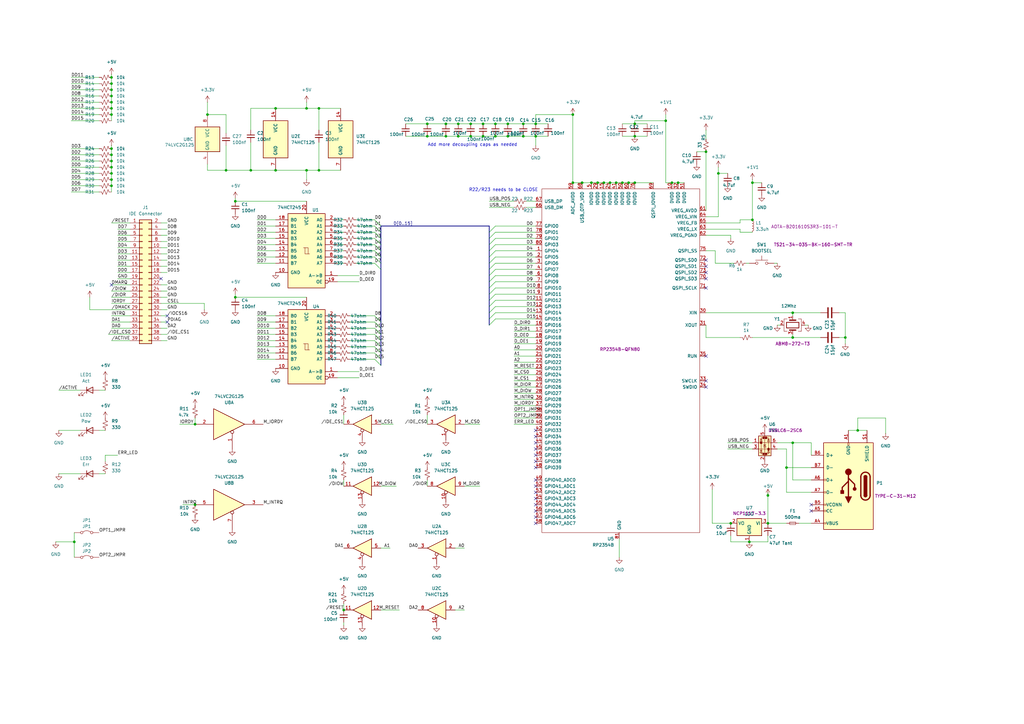
<source format=kicad_sch>
(kicad_sch (version 20250114) (generator "eeschema") (generator_version "9.0")
  (paper "A3")
  (title_block (title "IDE Bridge") (date "2025-10-20") (company "JJ Dasher"))
  (lib_symbols
    (symbol "74HC245_1" (pin_names (offset 1.016))
      (property "Reference" "U1" (at 2.1433 20.32 0))
      (property "Value" "74HCT245" (at 2.1433 17.78 0))
      (symbol "74HC245_1_1_0"
        (pin tri_state line (at -12.7 12.7 0) (length 5.08) (name "A0") (number "2"))
        (pin tri_state line (at -12.7 10.16 0) (length 5.08) (name "A1") (number "3"))
        (pin tri_state line (at -12.7 7.62 0) (length 5.08) (name "A2") (number "4"))
        (pin tri_state line (at -12.7 5.08 0) (length 5.08) (name "A3") (number "5"))
        (pin tri_state line (at -12.7 2.54 0) (length 5.08) (name "A4") (number "6"))
        (pin tri_state line (at -12.7 0 0) (length 5.08) (name "A5") (number "7"))
        (pin tri_state line (at -12.7 -2.54 0) (length 5.08) (name "A6") (number "8"))
        (pin tri_state line (at -12.7 -5.08 0) (length 5.08) (name "A7") (number "9"))
        (pin input line (at -12.7 -10.16 0) (length 5.08) (name "A->B") (number "1"))
        (pin input inverted (at -12.7 -12.7 0) (length 5.08) (name "OE") (number "19"))
        (pin power_in line (at 0 20.32 270) (length 5.08) (name "VCC") (number "20"))
        (pin tri_state line (at 12.7 12.7 180) (length 5.08) (name "B0") (number "18"))
        (pin tri_state line (at 12.7 10.16 180) (length 5.08) (name "B1") (number "17"))
        (pin tri_state line (at 12.7 7.62 180) (length 5.08) (name "B2") (number "16"))
        (pin tri_state line (at 12.7 5.08 180) (length 5.08) (name "B3") (number "15"))
        (pin tri_state line (at 12.7 2.54 180) (length 5.08) (name "B4") (number "14"))
        (pin tri_state line (at 12.7 0 180) (length 5.08) (name "B5") (number "13"))
        (pin tri_state line (at 12.7 -2.54 180) (length 5.08) (name "B6") (number "12"))
        (pin tri_state line (at 12.7 -5.08 180) (length 5.08) (name "B7") (number "11"))
        (pin power_in line (at 12.7 -8.89 180) (length 5.08) (name "GND") (number "10"))
      )
    )
    (symbol "74xGxx:74LVC2G125"
      (property "Reference" "U" (at 2.54 7.62 0))
      (property "Value" "74LVC2G125" (at 2.54 -7.62 0))
      (symbol "74LVC2G125_1_1"
        (pin input line (at -15.24 0 0) (length 7.62) (name "~") (number "2"))
        (pin input inverted (at 0 10.16 270) (length 7.62) (name "~") (number "1"))
        (pin tri_state line (at 12.7 0 180) (length 7.62) (name "~") (number "6"))
      )
      (symbol "74LVC2G125_2_1"
        (pin input line (at -15.24 0 0) (length 7.62) (name "~") (number "5"))
        (pin input inverted (at 0 10.16 270) (length 7.62) (name "~") (number "7"))
        (pin tri_state line (at 12.7 0 180) (length 7.62) (name "~") (number "3"))
      )
      (symbol "74LVC2G125_3_1"
        (pin power_in line (at 0 10.16 270) (length 5.08) (name "VCC") (number "8"))
        (pin power_in line (at 0 -10.16 90) (length 5.08) (name "GND") (number "4"))
      )
    )
    (symbol "74xx:74HC245" (pin_names (offset 1.016))
      (property "Reference" "U4" (at 2.1433 20.32 0))
      (property "Value" "74HCT245" (at 2.1433 17.78 0))
      (symbol "74HC245_1_0"
        (pin tri_state line (at -12.7 12.7 0) (length 5.08) (name "A0") (number "2"))
        (pin tri_state line (at -12.7 10.16 0) (length 5.08) (name "A1") (number "3"))
        (pin tri_state line (at -12.7 7.62 0) (length 5.08) (name "A2") (number "4"))
        (pin tri_state line (at -12.7 5.08 0) (length 5.08) (name "A3") (number "5"))
        (pin tri_state line (at -12.7 2.54 0) (length 5.08) (name "A4") (number "6"))
        (pin tri_state line (at -12.7 0 0) (length 5.08) (name "A5") (number "7"))
        (pin tri_state line (at -12.7 -2.54 0) (length 5.08) (name "A6") (number "8"))
        (pin tri_state line (at -12.7 -5.08 0) (length 5.08) (name "A7") (number "9"))
        (pin input line (at -12.7 -10.16 0) (length 5.08) (name "A->B") (number "1"))
        (pin input inverted (at -12.7 -12.7 0) (length 5.08) (name "OE") (number "19"))
        (pin power_in line (at 0 20.32 270) (length 5.08) (name "VCC") (number "20"))
        (pin tri_state line (at 12.7 12.7 180) (length 5.08) (name "B0") (number "18"))
        (pin tri_state line (at 12.7 10.16 180) (length 5.08) (name "B1") (number "17"))
        (pin tri_state line (at 12.7 7.62 180) (length 5.08) (name "B2") (number "16"))
        (pin tri_state line (at 12.7 5.08 180) (length 5.08) (name "B3") (number "15"))
        (pin tri_state line (at 12.7 2.54 180) (length 5.08) (name "B4") (number "14"))
        (pin tri_state line (at 12.7 0 180) (length 5.08) (name "B5") (number "13"))
        (pin tri_state line (at 12.7 -2.54 180) (length 5.08) (name "B6") (number "12"))
        (pin tri_state line (at 12.7 -5.08 180) (length 5.08) (name "B7") (number "11"))
        (pin power_in line (at 12.7 -8.89 180) (length 5.08) (name "GND") (number "10"))
      )
    )
    (symbol "74xx:74LVC125" (pin_names (offset 1.016))
      (property "Reference" "U" (at 0 1.27 0))
      (property "Value" "74LVC125" (at 0 -1.27 0))
      (symbol "74LVC125_1_0"
        (pin input line (at -7.62 0 0) (length 3.81) (name "~") (number "2"))
        (pin input inverted (at 0 -6.35 90) (length 4.445) (name "~") (number "1"))
        (pin tri_state line (at 7.62 0 180) (length 3.81) (name "~") (number "3"))
      )
      (symbol "74LVC125_2_0"
        (pin input line (at -7.62 0 0) (length 3.81) (name "~") (number "5"))
        (pin input inverted (at 0 -6.35 90) (length 4.445) (name "~") (number "4"))
        (pin tri_state line (at 7.62 0 180) (length 3.81) (name "~") (number "6"))
      )
      (symbol "74LVC125_3_0"
        (pin input line (at -7.62 0 0) (length 3.81) (name "~") (number "9"))
        (pin input inverted (at 0 -6.35 90) (length 4.445) (name "~") (number "10"))
        (pin tri_state line (at 7.62 0 180) (length 3.81) (name "~") (number "8"))
      )
      (symbol "74LVC125_4_0"
        (pin input line (at -7.62 0 0) (length 3.81) (name "~") (number "12"))
        (pin input inverted (at 0 -6.35 90) (length 4.445) (name "~") (number "13"))
        (pin tri_state line (at 7.62 0 180) (length 3.81) (name "~") (number "11"))
      )
      (symbol "74LVC125_5_0"
        (pin power_in line (at 0 12.7 270) (length 5.08) (name "VCC") (number "14"))
        (pin power_in line (at 0 -12.7 90) (length 5.08) (name "GND") (number "7"))
      )
    )
    (symbol "C_Small_US_1" (pin_numbers (hide yes)) (pin_names (offset 0.254) (hide yes))
      (property "Reference" "C7" (at 0.508 -3.048 0))
      (property "Value" "47uf Tant" (at 0.508 -5.588 0))
      (symbol "C_Small_US_1_1_1"
        (pin passive line (at 0 2.54 270) (length 2.032) (name "~") (number "1"))
        (pin passive line (at 0 -2.54 90) (length 2.032) (name "~") (number "2"))
      )
    )
    (symbol "Connector:USB_C_Plug_USB2.0" (pin_names (offset 1.016))
      (property "Reference" "P1" (at -11.43 -1.2701 0))
      (property "Description" "12401610E4#2A" (at -19.304 4.064 0))
      (symbol "USB_C_Plug_USB2.0_1_1"
        (pin passive line (at -7.62 -22.86 90) (length 5.08) (name "SHIELD") (number "S1"))
        (pin passive line (at 0 -22.86 90) (length 5.08) (name "GND") (number "A1"))
        (pin passive line (at 0 -22.86 90) (length 5.08) (hide yes) (name "GND") (number "A12"))
        (pin passive line (at 0 -22.86 90) (length 5.08) (hide yes) (name "GND") (number "B1"))
        (pin passive line (at 0 -22.86 90) (length 5.08) (hide yes) (name "GND") (number "B12"))
        (pin passive line (at 15.24 15.24 180) (length 5.08) (name "VBUS") (number "A4"))
        (pin passive line (at 15.24 15.24 180) (length 5.08) (hide yes) (name "VBUS") (number "A9"))
        (pin passive line (at 15.24 15.24 180) (length 5.08) (hide yes) (name "VBUS") (number "B4"))
        (pin passive line (at 15.24 15.24 180) (length 5.08) (hide yes) (name "VBUS") (number "B9"))
        (pin bidirectional line (at 15.24 10.16 180) (length 5.08) (name "CC") (number "A5"))
        (pin bidirectional line (at 15.24 7.62 180) (length 5.08) (name "VCONN") (number "B5"))
        (pin bidirectional line (at 15.24 2.54 180) (length 5.08) (name "D-") (number "A7"))
        (pin bidirectional line (at 15.24 -2.54 180) (length 5.08) (name "D+") (number "A6"))
        (pin bidirectional line (at 15.24 -7.62 180) (length 5.08) (name "D-") (number "B7"))
        (pin bidirectional line (at 15.24 -12.7 180) (length 5.08) (name "D+") (number "B6"))
      )
    )
    (symbol "Connector_Generic:Conn_02x20_Odd_Even" (pin_names (offset 1.016) (hide yes))
      (property "Reference" "J" (at 1.27 25.4 0))
      (property "Value" "Conn_02x20_Odd_Even" (at 1.27 -27.94 0))
      (symbol "Conn_02x20_Odd_Even_1_1"
        (pin passive line (at -5.08 22.86 0) (length 3.81) (name "Pin_1") (number "1"))
        (pin passive line (at -5.08 20.32 0) (length 3.81) (name "Pin_3") (number "3"))
        (pin passive line (at -5.08 17.78 0) (length 3.81) (name "Pin_5") (number "5"))
        (pin passive line (at -5.08 15.24 0) (length 3.81) (name "Pin_7") (number "7"))
        (pin passive line (at -5.08 12.7 0) (length 3.81) (name "Pin_9") (number "9"))
        (pin passive line (at -5.08 10.16 0) (length 3.81) (name "Pin_11") (number "11"))
        (pin passive line (at -5.08 7.62 0) (length 3.81) (name "Pin_13") (number "13"))
        (pin passive line (at -5.08 5.08 0) (length 3.81) (name "Pin_15") (number "15"))
        (pin passive line (at -5.08 2.54 0) (length 3.81) (name "Pin_17") (number "17"))
        (pin passive line (at -5.08 0 0) (length 3.81) (name "Pin_19") (number "19"))
        (pin passive line (at -5.08 -2.54 0) (length 3.81) (name "Pin_21") (number "21"))
        (pin passive line (at -5.08 -5.08 0) (length 3.81) (name "Pin_23") (number "23"))
        (pin passive line (at -5.08 -7.62 0) (length 3.81) (name "Pin_25") (number "25"))
        (pin passive line (at -5.08 -10.16 0) (length 3.81) (name "Pin_27") (number "27"))
        (pin passive line (at -5.08 -12.7 0) (length 3.81) (name "Pin_29") (number "29"))
        (pin passive line (at -5.08 -15.24 0) (length 3.81) (name "Pin_31") (number "31"))
        (pin passive line (at -5.08 -17.78 0) (length 3.81) (name "Pin_33") (number "33"))
        (pin passive line (at -5.08 -20.32 0) (length 3.81) (name "Pin_35") (number "35"))
        (pin passive line (at -5.08 -22.86 0) (length 3.81) (name "Pin_37") (number "37"))
        (pin passive line (at -5.08 -25.4 0) (length 3.81) (name "Pin_39") (number "39"))
        (pin passive line (at 7.62 22.86 180) (length 3.81) (name "Pin_2") (number "2"))
        (pin passive line (at 7.62 20.32 180) (length 3.81) (name "Pin_4") (number "4"))
        (pin passive line (at 7.62 17.78 180) (length 3.81) (name "Pin_6") (number "6"))
        (pin passive line (at 7.62 15.24 180) (length 3.81) (name "Pin_8") (number "8"))
        (pin passive line (at 7.62 12.7 180) (length 3.81) (name "Pin_10") (number "10"))
        (pin passive line (at 7.62 10.16 180) (length 3.81) (name "Pin_12") (number "12"))
        (pin passive line (at 7.62 7.62 180) (length 3.81) (name "Pin_14") (number "14"))
        (pin passive line (at 7.62 5.08 180) (length 3.81) (name "Pin_16") (number "16"))
        (pin passive line (at 7.62 2.54 180) (length 3.81) (name "Pin_18") (number "18"))
        (pin passive line (at 7.62 0 180) (length 3.81) (name "Pin_20") (number "20"))
        (pin passive line (at 7.62 -2.54 180) (length 3.81) (name "Pin_22") (number "22"))
        (pin passive line (at 7.62 -5.08 180) (length 3.81) (name "Pin_24") (number "24"))
        (pin passive line (at 7.62 -7.62 180) (length 3.81) (name "Pin_26") (number "26"))
        (pin passive line (at 7.62 -10.16 180) (length 3.81) (name "Pin_28") (number "28"))
        (pin passive line (at 7.62 -12.7 180) (length 3.81) (name "Pin_30") (number "30"))
        (pin passive line (at 7.62 -15.24 180) (length 3.81) (name "Pin_32") (number "32"))
        (pin passive line (at 7.62 -17.78 180) (length 3.81) (name "Pin_34") (number "34"))
        (pin passive line (at 7.62 -20.32 180) (length 3.81) (name "Pin_36") (number "36"))
        (pin passive line (at 7.62 -22.86 180) (length 3.81) (name "Pin_38") (number "38"))
        (pin passive line (at 7.62 -25.4 180) (length 3.81) (name "Pin_40") (number "40"))
      )
    )
    (symbol "Device:C" (pin_numbers (hide yes)) (pin_names (offset 0.254))
      (property "Reference" "C" (at 0.635 2.54 0))
      (property "Value" "C" (at 0.635 -2.54 0))
      (symbol "C_1_1"
        (pin passive line (at 0 3.81 270) (length 2.794) (name "~") (number "1"))
        (pin passive line (at 0 -3.81 90) (length 2.794) (name "~") (number "2"))
      )
    )
    (symbol "Device:C_Small" (pin_numbers (hide yes)) (pin_names (offset 0.254) (hide yes))
      (property "Reference" "C" (at 0.254 1.778 0))
      (property "Value" "C_Small" (at 0.254 -2.032 0))
      (symbol "C_Small_1_1"
        (pin passive line (at 0 2.54 270) (length 2.032) (name "~") (number "1"))
        (pin passive line (at 0 -2.54 90) (length 2.032) (name "~") (number "2"))
      )
    )
    (symbol "Device:C_Small_US" (pin_numbers (hide yes)) (pin_names (offset 0.254) (hide yes))
      (property "Reference" "C" (at 0.254 1.778 0))
      (property "Value" "C_Small_US" (at 0.254 -2.032 0))
      (symbol "C_Small_US_1_1"
        (pin passive line (at 0 2.54 270) (length 2.032) (name "~") (number "1"))
        (pin passive line (at 0 -2.54 90) (length 2.032) (name "~") (number "2"))
      )
    )
    (symbol "Device:Crystal_GND24" (pin_names (offset 1.016) (hide yes))
      (property "Reference" "Y" (at 3.175 5.08 0))
      (property "Value" "Crystal_GND24" (at 3.175 3.175 0))
      (symbol "Crystal_GND24_1_1"
        (pin passive line (at -3.81 0 0) (length 1.27) (name "1") (number "1"))
        (pin passive line (at 0 5.08 270) (length 1.27) (name "2") (number "2"))
        (pin passive line (at 0 -5.08 90) (length 1.27) (name "4") (number "4"))
        (pin passive line (at 3.81 0 180) (length 1.27) (name "3") (number "3"))
      )
    )
    (symbol "Device:Fuse_Small" (pin_numbers (hide yes)) (pin_names (offset 0.254) (hide yes))
      (property "Reference" "F" (at 0 -1.524 0))
      (property "Value" "Fuse_Small" (at 0 1.524 0))
      (symbol "Fuse_Small_1_1"
        (pin passive line (at -2.54 0 0) (length 1.27) (name "~") (number "1"))
        (pin passive line (at 2.54 0 180) (length 1.27) (name "~") (number "2"))
      )
    )
    (symbol "Device:LED" (pin_numbers (hide yes)) (pin_names (offset 1.016) (hide yes))
      (property "Reference" "D" (at 0 2.54 0))
      (property "Value" "LED" (at 0 -2.54 0))
      (symbol "LED_1_1"
        (pin passive line (at -3.81 0 0) (length 2.54) (name "K") (number "1"))
        (pin passive line (at 3.81 0 180) (length 2.54) (name "A") (number "2"))
      )
    )
    (symbol "Device:L_Small" (pin_numbers (hide yes)) (pin_names (offset 0.254) (hide yes))
      (property "Reference" "L" (at 0.762 1.016 0))
      (property "Value" "L_Small" (at 0.762 -1.016 0))
      (symbol "L_Small_1_1"
        (pin passive line (at 0 2.54 270) (length 0.508) (name "~") (number "1"))
        (pin passive line (at 0 -2.54 90) (length 0.508) (name "~") (number "2"))
      )
    )
    (symbol "Device:R_Small_US" (pin_numbers (hide yes)) (pin_names (offset 0.254) (hide yes))
      (property "Reference" "R" (at 0.762 0.508 0))
      (property "Value" "R_Small_US" (at 0.762 -1.016 0))
      (symbol "R_Small_US_1_1"
        (pin passive line (at 0 2.54 270) (length 1.016) (name "~") (number "1"))
        (pin passive line (at 0 -2.54 90) (length 1.016) (name "~") (number "2"))
      )
    )
    (symbol "Jumper:Jumper_2_Bridged" (pin_numbers (hide yes)) (pin_names (offset 0) (hide yes))
      (property "Reference" "JP2" (at 0 5.08 0))
      (property "Value" "JP2" (at 0 2.54 0))
      (symbol "Jumper_2_Bridged_1_1"
        (pin passive line (at -5.08 0 0) (length 2.54) (name "A") (number "1"))
        (pin passive line (at 5.08 0 180) (length 2.54) (name "B") (number "2"))
      )
    )
    (symbol "Jumper_2_Bridged_1" (pin_numbers (hide yes)) (pin_names (offset 0) (hide yes))
      (property "Reference" "JP1" (at 0 5.08 0))
      (property "Value" "JP1" (at 0 2.54 0))
      (symbol "Jumper_2_Bridged_1_1_1"
        (pin passive line (at -5.08 0 0) (length 2.54) (name "A") (number "1"))
        (pin passive line (at 5.08 0 180) (length 2.54) (name "B") (number "2"))
      )
    )
    (symbol "Power_Protection:USBLC6-2SC6" (pin_names (hide yes))
      (property "Reference" "U" (at 0.635 5.715 0))
      (property "Value" "USBLC6-2SC6" (at 0.635 3.81 0))
      (symbol "USBLC6-2SC6_1_1"
        (pin passive line (at -5.08 0 0) (length 2.54) (name "I/O1") (number "1"))
        (pin passive line (at -5.08 -2.54 0) (length 2.54) (name "I/O2") (number "3"))
        (pin passive line (at 0 5.08 270) (length 2.54) (name "VBUS") (number "5"))
        (pin passive line (at 0 -7.62 90) (length 2.54) (name "GND") (number "2"))
        (pin passive line (at 5.08 0 180) (length 2.54) (name "I/O1") (number "6"))
        (pin passive line (at 5.08 -2.54 180) (length 2.54) (name "I/O2") (number "4"))
      )
    )
    (symbol "Regulator_Linear:NCP1117-3.3_SOT223"
      (property "Reference" "U" (at -3.81 3.175 0))
      (property "Value" "NCP1117-3.3_SOT223" (at 0 3.175 0))
      (symbol "NCP1117-3.3_SOT223_1_1"
        (pin power_in line (at -7.62 0 0) (length 2.54) (name "VI") (number "3"))
        (pin power_in line (at 0 -7.62 90) (length 2.54) (name "GND") (number "1"))
        (pin power_out line (at 7.62 0 180) (length 2.54) (name "VO") (number "2"))
      )
    )
    (symbol "Switch:SW_Push" (pin_numbers (hide yes)) (pin_names (offset 1.016) (hide yes))
      (property "Reference" "SW" (at 1.27 2.54 0))
      (property "Value" "SW_Push" (at 0 -1.524 0))
      (symbol "SW_Push_0_1"
        (pin passive line (at -5.08 0 0) (length 2.54) (name "1") (number "1"))
        (pin passive line (at 5.08 0 180) (length 2.54) (name "2") (number "2"))
      )
    )
    (symbol "power:+1V1" (power) (pin_numbers (hide yes)) (pin_names (offset 0) (hide yes))
      (property "Value" "+1V1" (at 0 3.556 0))
      (symbol "+1V1_1_1"
        (pin power_in line (at 0 0 90) (length 0) (name "~") (number "1"))
      )
    )
    (symbol "power:+3.3V" (power) (pin_numbers (hide yes)) (pin_names (offset 0) (hide yes))
      (property "Value" "+3.3V" (at 0 3.556 0))
      (symbol "+3.3V_1_1"
        (pin power_in line (at 0 0 90) (length 0) (name "~") (number "1"))
      )
    )
    (symbol "power:+5V" (power) (pin_numbers (hide yes)) (pin_names (offset 0) (hide yes))
      (property "Value" "+5V" (at 0 3.556 0))
      (symbol "+5V_1_1"
        (pin power_in line (at 0 0 90) (length 0) (name "~") (number "1"))
      )
    )
    (symbol "power:GND" (power) (pin_numbers (hide yes)) (pin_names (offset 0) (hide yes))
      (property "Value" "GND" (at 0 -3.81 0))
      (symbol "GND_1_1"
        (pin power_in line (at 0 0 270) (length 0) (name "~") (number "1"))
      )
    )
    (symbol "rp2350b-qfn80:RP2350B-QFN80" (pin_names (offset 1.016))
      (property "Reference" "U" (at 0 -1.27 0))
      (property "Value" "RP2350B-QFN80" (at 0 1.27 0))
      (symbol "RP2350B-QFN80_1_0"
        (pin passive line (at 0 -77.47 90) (length 2.54) (name "GND") (number "81"))
      )
      (symbol "RP2350B-QFN80_1_1"
        (pin power_in line (at -35.56 57.15 0) (length 2.54) (name "VREG_AVDD") (number "61"))
        (pin power_in line (at -35.56 54.61 0) (length 2.54) (name "VREG_VIN") (number "64"))
        (pin power_in line (at -35.56 52.07 0) (length 2.54) (name "VREG_FB") (number "65"))
        (pin power_out line (at -35.56 49.53 0) (length 2.54) (name "VREG_LX") (number "63"))
        (pin passive line (at -35.56 46.99 0) (length 2.54) (name "VREG_PGND") (number "62"))
        (pin bidirectional line (at -35.56 40.64 0) (length 2.54) (name "QSPI_SS") (number "75"))
        (pin bidirectional line (at -35.56 36.83 0) (length 2.54) (name "QSPI_SD0") (number "72"))
        (pin bidirectional line (at -35.56 34.29 0) (length 2.54) (name "QSPI_SD1") (number "74"))
        (pin bidirectional line (at -35.56 31.75 0) (length 2.54) (name "QSPI_SD2") (number "73"))
        (pin bidirectional line (at -35.56 29.21 0) (length 2.54) (name "QSPI_SD3") (number "70"))
        (pin bidirectional line (at -35.56 25.4 0) (length 2.54) (name "QSPI_SCLK") (number "71"))
        (pin input line (at -35.56 15.24 0) (length 2.54) (name "XIN") (number "30"))
        (pin output line (at -35.56 10.16 0) (length 2.54) (name "XOUT") (number "31"))
        (pin input line (at -35.56 -2.54 0) (length 2.54) (name "RUN") (number "35"))
        (pin bidirectional line (at -35.56 -12.7 0) (length 2.54) (name "SWCLK") (number "33"))
        (pin bidirectional line (at -35.56 -15.24 0) (length 2.54) (name "SWDIO") (number "34"))
        (pin power_in line (at -26.67 68.58 270) (length 2.54) (name "DVDD") (number "51"))
        (pin power_in line (at -24.13 68.58 270) (length 2.54) (name "DVDD") (number "32"))
        (pin power_in line (at -21.59 68.58 270) (length 2.54) (name "DVDD") (number "10"))
        (pin bidirectional line (at -13.97 68.58 270) (length 2.54) (name "QSPI_IOVDD") (number "69"))
        (pin power_in line (at -6.35 68.58 270) (length 2.54) (name "IOVDD") (number "76"))
        (pin power_in line (at -3.81 68.58 270) (length 2.54) (name "IOVDD") (number "60"))
        (pin power_in line (at -1.27 68.58 270) (length 2.54) (name "IOVDD") (number "50"))
        (pin power_in line (at 1.27 68.58 270) (length 2.54) (name "IOVDD") (number "41"))
        (pin power_in line (at 3.81 68.58 270) (length 2.54) (name "IOVDD") (number "24"))
        (pin power_in line (at 6.35 68.58 270) (length 2.54) (name "IOVDD") (number "15"))
        (pin power_in line (at 8.89 68.58 270) (length 2.54) (name "IOVDD") (number "29"))
        (pin power_in line (at 11.43 68.58 270) (length 2.54) (name "IOVDD") (number "5"))
        (pin power_in line (at 15.24 68.58 270) (length 2.54) (name "USB_OTP_VDD") (number "68"))
        (pin power_in line (at 19.05 68.58 270) (length 2.54) (name "ADC_AVDD") (number "59"))
        (pin bidirectional line (at 34.29 60.96 180) (length 2.54) (name "USB_DP") (number "67"))
        (pin bidirectional line (at 34.29 58.42 180) (length 2.54) (name "USB_DM") (number "66"))
        (pin bidirectional line (at 34.29 50.8 180) (length 2.54) (name "GPIO0") (number "77"))
        (pin bidirectional line (at 34.29 48.26 180) (length 2.54) (name "GPIO1") (number "78"))
        (pin bidirectional line (at 34.29 45.72 180) (length 2.54) (name "GPIO2") (number "79"))
        (pin bidirectional line (at 34.29 43.18 180) (length 2.54) (name "GPIO3") (number "80"))
        (pin bidirectional line (at 34.29 40.64 180) (length 2.54) (name "GPIO4") (number "1"))
        (pin bidirectional line (at 34.29 38.1 180) (length 2.54) (name "GPIO5") (number "2"))
        (pin bidirectional line (at 34.29 35.56 180) (length 2.54) (name "GPIO6") (number "3"))
        (pin bidirectional line (at 34.29 33.02 180) (length 2.54) (name "GPIO7") (number "4"))
        (pin bidirectional line (at 34.29 30.48 180) (length 2.54) (name "GPIO8") (number "6"))
        (pin bidirectional line (at 34.29 27.94 180) (length 2.54) (name "GPIO9") (number "7"))
        (pin bidirectional line (at 34.29 25.4 180) (length 2.54) (name "GPIO10") (number "8"))
        (pin bidirectional line (at 34.29 22.86 180) (length 2.54) (name "GPIO11") (number "9"))
        (pin bidirectional line (at 34.29 20.32 180) (length 2.54) (name "GPIO12") (number "11"))
        (pin bidirectional line (at 34.29 17.78 180) (length 2.54) (name "GPIO13") (number "12"))
        (pin bidirectional line (at 34.29 15.24 180) (length 2.54) (name "GPIO14") (number "13"))
        (pin bidirectional line (at 34.29 12.7 180) (length 2.54) (name "GPIO15") (number "14"))
        (pin bidirectional line (at 34.29 10.16 180) (length 2.54) (name "GPIO16") (number "16"))
        (pin bidirectional line (at 34.29 7.62 180) (length 2.54) (name "GPIO17") (number "17"))
        (pin bidirectional line (at 34.29 5.08 180) (length 2.54) (name "GPIO18") (number "18"))
        (pin bidirectional line (at 34.29 2.54 180) (length 2.54) (name "GPIO19") (number "19"))
        (pin bidirectional line (at 34.29 0 180) (length 2.54) (name "GPIO20") (number "20"))
        (pin bidirectional line (at 34.29 -2.54 180) (length 2.54) (name "GPIO21") (number "21"))
        (pin bidirectional line (at 34.29 -5.08 180) (length 2.54) (name "GPIO22") (number "22"))
        (pin bidirectional line (at 34.29 -7.62 180) (length 2.54) (name "GPIO23") (number "23"))
        (pin bidirectional line (at 34.29 -10.16 180) (length 2.54) (name "GPIO24") (number "25"))
        (pin bidirectional line (at 34.29 -12.7 180) (length 2.54) (name "GPIO25") (number "26"))
        (pin bidirectional line (at 34.29 -15.24 180) (length 2.54) (name "GPIO26") (number "27"))
        (pin bidirectional line (at 34.29 -17.78 180) (length 2.54) (name "GPIO27") (number "28"))
        (pin bidirectional line (at 34.29 -20.32 180) (length 2.54) (name "GPIO28") (number "36"))
        (pin bidirectional line (at 34.29 -22.86 180) (length 2.54) (name "GPIO29") (number "37"))
        (pin bidirectional line (at 34.29 -25.4 180) (length 2.54) (name "GPIO30") (number "38"))
        (pin bidirectional line (at 34.29 -27.94 180) (length 2.54) (name "GPIO31") (number "39"))
        (pin bidirectional line (at 34.29 -30.48 180) (length 2.54) (name "GPIO32") (number "40"))
        (pin bidirectional line (at 34.29 -33.02 180) (length 2.54) (name "GPIO33") (number "42"))
        (pin bidirectional line (at 34.29 -35.56 180) (length 2.54) (name "GPIO34") (number "43"))
        (pin bidirectional line (at 34.29 -38.1 180) (length 2.54) (name "GPIO35") (number "44"))
        (pin bidirectional line (at 34.29 -40.64 180) (length 2.54) (name "GPIO36") (number "45"))
        (pin bidirectional line (at 34.29 -43.18 180) (length 2.54) (name "GPIO37") (number "46"))
        (pin bidirectional line (at 34.29 -45.72 180) (length 2.54) (name "GPIO38") (number "47"))
        (pin bidirectional line (at 34.29 -48.26 180) (length 2.54) (name "GPIO39") (number "48"))
        (pin bidirectional line (at 34.29 -53.34 180) (length 2.54) (name "GPIO40_ADC0") (number "49"))
        (pin bidirectional line (at 34.29 -55.88 180) (length 2.54) (name "GPIO41_ADC1") (number "52"))
        (pin bidirectional line (at 34.29 -58.42 180) (length 2.54) (name "GPIO42_ADC2") (number "53"))
        (pin bidirectional line (at 34.29 -60.96 180) (length 2.54) (name "GPIO43_ADC3") (number "54"))
        (pin bidirectional line (at 34.29 -63.5 180) (length 2.54) (name "GPIO44_ADC4") (number "55"))
        (pin bidirectional line (at 34.29 -66.04 180) (length 2.54) (name "GPIO45_ADC5") (number "56"))
        (pin bidirectional line (at 34.29 -68.58 180) (length 2.54) (name "GPIO46_ADC6") (number "57"))
        (pin bidirectional line (at 34.29 -71.12 180) (length 2.54) (name "GPIO47_ADC7") (number "58"))
      )
    )
  )
  (text "Add more decoupling caps as needed" (at 193.802 59.436 0) (effects (font (size 1.27 1.27))))
  (text "R22/R23 needs to be CLOSE" (at 206.502 77.978 0) (effects (font (size 1.27 1.27))))
  (junction (at 96.52 121.92))
  (junction (at 257.81 74.93))
  (junction (at 234.95 46.99))
  (junction (at 45.72 31.75))
  (junction (at 45.72 46.99))
  (junction (at 130.81 69.85))
  (junction (at 113.03 69.85))
  (junction (at 182.88 55.88))
  (junction (at 187.96 55.88))
  (junction (at 252.73 74.93))
  (junction (at 96.52 82.55))
  (junction (at 299.72 214.63))
  (junction (at 193.04 55.88))
  (junction (at 45.72 71.12))
  (junction (at 45.72 60.96))
  (junction (at 45.72 36.83))
  (junction (at 45.72 66.04))
  (junction (at 219.71 50.8))
  (junction (at 308.61 74.93))
  (junction (at 234.95 74.93))
  (junction (at 255.27 74.93))
  (junction (at 45.72 76.2))
  (junction (at 314.96 203.2))
  (junction (at 182.88 50.8))
  (junction (at 45.72 41.91))
  (junction (at 193.04 50.8))
  (junction (at 45.72 68.58))
  (junction (at 125.73 44.45))
  (junction (at 113.03 44.45))
  (junction (at 198.12 50.8))
  (junction (at 203.2 50.8))
  (junction (at 140.97 250.19))
  (junction (at 45.72 73.66))
  (junction (at 187.96 50.8))
  (junction (at 247.65 74.93))
  (junction (at 208.28 55.88))
  (junction (at 273.05 49.53))
  (junction (at 125.73 69.85))
  (junction (at 242.57 74.93))
  (junction (at 278.13 74.93))
  (junction (at 208.28 50.8))
  (junction (at 289.56 62.23))
  (junction (at 175.26 50.8))
  (junction (at 314.96 214.63))
  (junction (at 275.59 74.93))
  (junction (at 245.11 74.93))
  (junction (at 45.72 39.37))
  (junction (at 238.76 74.93))
  (junction (at 250.19 74.93))
  (junction (at 30.48 222.25))
  (junction (at 175.26 55.88))
  (junction (at 351.79 176.53))
  (junction (at 102.87 69.85))
  (junction (at 45.72 44.45))
  (junction (at 346.71 138.43))
  (junction (at 85.09 46.99))
  (junction (at 325.12 138.43))
  (junction (at 325.12 128.27))
  (junction (at 260.35 50.8))
  (junction (at 219.71 55.88))
  (junction (at 214.63 55.88))
  (junction (at 322.58 191.77))
  (junction (at 92.71 69.85))
  (junction (at 45.72 34.29))
  (junction (at 80.01 173.99))
  (junction (at 325.12 181.61))
  (junction (at 308.61 90.17))
  (junction (at 260.35 55.88))
  (junction (at 294.64 71.12))
  (junction (at 80.01 207.01))
  (junction (at 45.72 63.5))
  (junction (at 130.81 44.45))
  (junction (at 198.12 55.88))
  (junction (at 307.34 222.25))
  (junction (at 260.35 74.93))
  (junction (at 203.2 55.88))
  (junction (at 214.63 50.8))
  (no_connect (at 289.56 156.21))
  (no_connect (at 289.56 146.05))
  (no_connect (at 219.71 196.85))
  (no_connect (at 332.74 207.01))
  (no_connect (at 289.56 118.11))
  (no_connect (at 219.71 199.39))
  (no_connect (at 332.74 209.55))
  (no_connect (at 289.56 109.22))
  (no_connect (at 219.71 189.23))
  (no_connect (at 45.72 116.84))
  (no_connect (at 289.56 106.68))
  (no_connect (at 289.56 158.75))
  (no_connect (at 68.58 132.08))
  (no_connect (at 219.71 201.93))
  (no_connect (at 219.71 181.61))
  (no_connect (at 219.71 179.07))
  (no_connect (at 289.56 111.76))
  (no_connect (at 219.71 176.53))
  (no_connect (at 219.71 207.01))
  (no_connect (at 219.71 204.47))
  (no_connect (at 66.04 114.3))
  (no_connect (at 289.56 114.3))
  (no_connect (at 219.71 209.55))
  (no_connect (at 219.71 184.15))
  (no_connect (at 219.71 212.09))
  (no_connect (at 219.71 214.63))
  (no_connect (at 219.71 186.69))
  (no_connect (at 68.58 129.54))
  (no_connect (at 219.71 191.77))
  (bus_entry (at 153.67 142.24) (size 2.54 2.54))
  (bus_entry (at 200.66 102.87) (size 2.54 -2.54))
  (bus_entry (at 200.66 110.49) (size 2.54 -2.54))
  (bus_entry (at 153.67 97.79) (size 2.54 2.54))
  (bus_entry (at 200.66 105.41) (size 2.54 -2.54))
  (bus_entry (at 200.66 120.65) (size 2.54 -2.54))
  (bus_entry (at 153.67 107.95) (size 2.54 2.54))
  (bus_entry (at 153.67 139.7) (size 2.54 2.54))
  (bus_entry (at 153.67 134.62) (size 2.54 2.54))
  (bus_entry (at 153.67 144.78) (size 2.54 2.54))
  (bus_entry (at 200.66 107.95) (size 2.54 -2.54))
  (bus_entry (at 200.66 125.73) (size 2.54 -2.54))
  (bus_entry (at 200.66 118.11) (size 2.54 -2.54))
  (bus_entry (at 153.67 92.71) (size 2.54 2.54))
  (bus_entry (at 153.67 102.87) (size 2.54 2.54))
  (bus_entry (at 153.67 100.33) (size 2.54 2.54))
  (bus_entry (at 200.66 113.03) (size 2.54 -2.54))
  (bus_entry (at 200.66 100.33) (size 2.54 -2.54))
  (bus_entry (at 200.66 130.81) (size 2.54 -2.54))
  (bus_entry (at 153.67 90.17) (size 2.54 2.54))
  (bus_entry (at 153.67 95.25) (size 2.54 2.54))
  (bus_entry (at 200.66 97.79) (size 2.54 -2.54))
  (bus_entry (at 200.66 95.25) (size 2.54 -2.54))
  (bus_entry (at 153.67 147.32) (size 2.54 2.54))
  (bus_entry (at 153.67 129.54) (size 2.54 2.54))
  (bus_entry (at 200.66 128.27) (size 2.54 -2.54))
  (bus_entry (at 200.66 123.19) (size 2.54 -2.54))
  (bus_entry (at 200.66 133.35) (size 2.54 -2.54))
  (bus_entry (at 153.67 137.16) (size 2.54 2.54))
  (bus_entry (at 153.67 132.08) (size 2.54 2.54))
  (bus_entry (at 153.67 105.41) (size 2.54 2.54))
  (bus_entry (at 200.66 115.57) (size 2.54 -2.54))
  (wire (pts (xy 45.72 76.2) (xy 45.72 78.74)))
  (bus (pts (xy 156.21 110.49) (xy 156.21 132.08)))
  (wire (pts (xy 210.82 138.43) (xy 219.71 138.43)))
  (wire (pts (xy 105.41 107.95) (xy 113.03 107.95)))
  (wire (pts (xy 29.21 41.91) (xy 40.64 41.91)))
  (wire (pts (xy 203.2 123.19) (xy 219.71 123.19)))
  (wire (pts (xy 162.56 199.39) (xy 156.21 199.39)))
  (bus (pts (xy 200.66 118.11) (xy 200.66 120.65)))
  (wire (pts (xy 196.85 199.39) (xy 190.5 199.39)))
  (wire (pts (xy 273.05 46.99) (xy 273.05 49.53)))
  (wire (pts (xy 48.26 96.52) (xy 53.34 96.52)))
  (wire (pts (xy 299.72 219.71) (xy 299.72 222.25)))
  (wire (pts (xy 203.2 105.41) (xy 219.71 105.41)))
  (wire (pts (xy 140.97 97.79) (xy 138.43 97.79)))
  (bus (pts (xy 200.66 97.79) (xy 200.66 100.33)))
  (wire (pts (xy 210.82 143.51) (xy 219.71 143.51)))
  (wire (pts (xy 140.97 90.17) (xy 138.43 90.17)))
  (wire (pts (xy 210.82 173.99) (xy 219.71 173.99)))
  (wire (pts (xy 203.2 92.71) (xy 219.71 92.71)))
  (wire (pts (xy 143.51 144.78) (xy 153.67 144.78)))
  (wire (pts (xy 314.96 214.63) (xy 322.58 214.63)))
  (bus (pts (xy 156.21 102.87) (xy 156.21 105.41)))
  (wire (pts (xy 208.28 50.8) (xy 214.63 50.8)))
  (wire (pts (xy 200.66 85.09) (xy 210.82 85.09)))
  (wire (pts (xy 257.81 74.93) (xy 260.35 74.93)))
  (wire (pts (xy 203.2 128.27) (xy 219.71 128.27)))
  (bus (pts (xy 200.66 115.57) (xy 200.66 118.11)))
  (wire (pts (xy 66.04 127) (xy 68.58 127)))
  (wire (pts (xy 66.04 106.68) (xy 68.58 106.68)))
  (wire (pts (xy 125.73 44.45) (xy 125.73 41.91)))
  (wire (pts (xy 254 228.6) (xy 254 220.98)))
  (wire (pts (xy 285.75 62.23) (xy 289.56 62.23)))
  (wire (pts (xy 293.37 107.95) (xy 300.99 107.95)))
  (wire (pts (xy 203.2 113.03) (xy 219.71 113.03)))
  (wire (pts (xy 322.58 201.93) (xy 332.74 201.93)))
  (wire (pts (xy 314.96 222.25) (xy 307.34 222.25)))
  (wire (pts (xy 143.51 139.7) (xy 153.67 139.7)))
  (wire (pts (xy 314.96 203.2) (xy 314.96 214.63)))
  (wire (pts (xy 105.41 95.25) (xy 113.03 95.25)))
  (wire (pts (xy 45.72 121.92) (xy 53.34 121.92)))
  (wire (pts (xy 166.37 55.88) (xy 175.26 55.88)))
  (wire (pts (xy 299.72 96.52) (xy 299.72 97.79)))
  (bus (pts (xy 200.66 130.81) (xy 200.66 133.35)))
  (bus (pts (xy 156.21 97.79) (xy 156.21 100.33)))
  (wire (pts (xy 289.56 88.9) (xy 294.64 88.9)))
  (wire (pts (xy 66.04 111.76) (xy 68.58 111.76)))
  (wire (pts (xy 29.21 39.37) (xy 40.64 39.37)))
  (wire (pts (xy 66.04 134.62) (xy 68.58 134.62)))
  (wire (pts (xy 29.21 46.99) (xy 40.64 46.99)))
  (bus (pts (xy 156.21 137.16) (xy 156.21 139.7)))
  (wire (pts (xy 96.52 82.55) (xy 125.73 82.55)))
  (wire (pts (xy 45.72 36.83) (xy 45.72 39.37)))
  (wire (pts (xy 292.1 214.63) (xy 299.72 214.63)))
  (wire (pts (xy 289.56 128.27) (xy 325.12 128.27)))
  (wire (pts (xy 45.72 139.7) (xy 53.34 139.7)))
  (wire (pts (xy 325.12 137.16) (xy 325.12 138.43)))
  (wire (pts (xy 182.88 55.88) (xy 187.96 55.88)))
  (wire (pts (xy 325.12 196.85) (xy 332.74 196.85)))
  (wire (pts (xy 29.21 49.53) (xy 40.64 49.53)))
  (wire (pts (xy 203.2 50.8) (xy 208.28 50.8)))
  (bus (pts (xy 200.66 125.73) (xy 200.66 128.27)))
  (wire (pts (xy 260.35 50.8) (xy 260.35 49.53)))
  (wire (pts (xy 113.03 44.45) (xy 125.73 44.45)))
  (wire (pts (xy 214.63 50.8) (xy 219.71 50.8)))
  (wire (pts (xy 203.2 120.65) (xy 219.71 120.65)))
  (bus (pts (xy 200.66 102.87) (xy 200.66 105.41)))
  (bus (pts (xy 200.66 128.27) (xy 200.66 130.81)))
  (bus (pts (xy 200.66 107.95) (xy 200.66 110.49)))
  (wire (pts (xy 210.82 135.89) (xy 219.71 135.89)))
  (wire (pts (xy 45.72 119.38) (xy 53.34 119.38)))
  (wire (pts (xy 210.82 153.67) (xy 219.71 153.67)))
  (bus (pts (xy 156.21 144.78) (xy 156.21 147.32)))
  (wire (pts (xy 29.21 71.12) (xy 40.64 71.12)))
  (wire (pts (xy 45.72 66.04) (xy 45.72 68.58)))
  (wire (pts (xy 215.9 82.55) (xy 219.71 82.55)))
  (wire (pts (xy 198.12 50.8) (xy 203.2 50.8)))
  (wire (pts (xy 210.82 148.59) (xy 219.71 148.59)))
  (wire (pts (xy 292.1 214.63) (xy 292.1 200.66)))
  (wire (pts (xy 289.56 96.52) (xy 299.72 96.52)))
  (wire (pts (xy 43.18 194.31) (xy 40.64 194.31)))
  (wire (pts (xy 200.66 82.55) (xy 210.82 82.55)))
  (wire (pts (xy 130.81 53.34) (xy 130.81 44.45)))
  (wire (pts (xy 242.57 74.93) (xy 245.11 74.93)))
  (wire (pts (xy 105.41 92.71) (xy 113.03 92.71)))
  (wire (pts (xy 45.72 41.91) (xy 45.72 44.45)))
  (wire (pts (xy 289.56 102.87) (xy 293.37 102.87)))
  (wire (pts (xy 48.26 93.98) (xy 53.34 93.98)))
  (wire (pts (xy 105.41 129.54) (xy 113.03 129.54)))
  (wire (pts (xy 210.82 161.29) (xy 219.71 161.29)))
  (bus (pts (xy 156.21 107.95) (xy 156.21 110.49)))
  (wire (pts (xy 29.21 60.96) (xy 40.64 60.96)))
  (wire (pts (xy 74.93 207.01) (xy 80.01 207.01)))
  (wire (pts (xy 210.82 171.45) (xy 219.71 171.45)))
  (wire (pts (xy 146.05 95.25) (xy 153.67 95.25)))
  (wire (pts (xy 219.71 55.88) (xy 219.71 59.69)))
  (wire (pts (xy 175.26 50.8) (xy 182.88 50.8)))
  (wire (pts (xy 143.51 142.24) (xy 153.67 142.24)))
  (wire (pts (xy 203.2 115.57) (xy 219.71 115.57)))
  (wire (pts (xy 308.61 74.93) (xy 312.42 74.93)))
  (wire (pts (xy 138.43 115.57) (xy 147.32 115.57)))
  (wire (pts (xy 210.82 140.97) (xy 219.71 140.97)))
  (wire (pts (xy 175.26 196.85) (xy 175.26 199.39)))
  (wire (pts (xy 322.58 191.77) (xy 322.58 201.93)))
  (wire (pts (xy 344.17 128.27) (xy 346.71 128.27)))
  (wire (pts (xy 332.74 181.61) (xy 325.12 181.61)))
  (wire (pts (xy 245.11 74.93) (xy 247.65 74.93)))
  (wire (pts (xy 130.81 44.45) (xy 139.7 44.45)))
  (wire (pts (xy 250.19 74.93) (xy 252.73 74.93)))
  (wire (pts (xy 45.72 34.29) (xy 45.72 36.83)))
  (wire (pts (xy 146.05 107.95) (xy 153.67 107.95)))
  (wire (pts (xy 66.04 139.7) (xy 68.58 139.7)))
  (wire (pts (xy 146.05 100.33) (xy 153.67 100.33)))
  (wire (pts (xy 260.35 50.8) (xy 265.43 50.8)))
  (wire (pts (xy 125.73 69.85) (xy 125.73 73.66)))
  (wire (pts (xy 238.76 74.93) (xy 242.57 74.93)))
  (wire (pts (xy 320.04 133.35) (xy 318.77 133.35)))
  (wire (pts (xy 289.56 57.15) (xy 289.56 53.34)))
  (wire (pts (xy 138.43 113.03) (xy 147.32 113.03)))
  (wire (pts (xy 105.41 105.41) (xy 113.03 105.41)))
  (wire (pts (xy 294.64 71.12) (xy 294.64 88.9)))
  (bus (pts (xy 156.21 95.25) (xy 156.21 97.79)))
  (wire (pts (xy 260.35 55.88) (xy 265.43 55.88)))
  (wire (pts (xy 322.58 184.15) (xy 322.58 191.77)))
  (wire (pts (xy 43.18 160.02) (xy 40.64 160.02)))
  (wire (pts (xy 105.41 134.62) (xy 113.03 134.62)))
  (wire (pts (xy 289.56 86.36) (xy 289.56 62.23)))
  (wire (pts (xy 105.41 137.16) (xy 113.03 137.16)))
  (wire (pts (xy 210.82 166.37) (xy 219.71 166.37)))
  (wire (pts (xy 166.37 50.8) (xy 175.26 50.8)))
  (wire (pts (xy 66.04 137.16) (xy 68.58 137.16)))
  (wire (pts (xy 294.64 71.12) (xy 298.45 71.12)))
  (wire (pts (xy 138.43 154.94) (xy 147.32 154.94)))
  (wire (pts (xy 234.95 46.99) (xy 219.71 46.99)))
  (wire (pts (xy 351.79 176.53) (xy 355.6 176.53)))
  (wire (pts (xy 203.2 125.73) (xy 219.71 125.73)))
  (bus (pts (xy 156.21 105.41) (xy 156.21 107.95)))
  (wire (pts (xy 278.13 74.93) (xy 280.67 74.93)))
  (wire (pts (xy 45.72 60.96) (xy 45.72 63.5)))
  (wire (pts (xy 303.53 91.44) (xy 303.53 90.17)))
  (wire (pts (xy 325.12 181.61) (xy 325.12 196.85)))
  (wire (pts (xy 92.71 69.85) (xy 102.87 69.85)))
  (wire (pts (xy 322.58 191.77) (xy 332.74 191.77)))
  (wire (pts (xy 96.52 121.92) (xy 125.73 121.92)))
  (wire (pts (xy 203.2 118.11) (xy 219.71 118.11)))
  (wire (pts (xy 102.87 58.42) (xy 102.87 69.85)))
  (wire (pts (xy 66.04 99.06) (xy 68.58 99.06)))
  (bus (pts (xy 156.21 147.32) (xy 156.21 149.86)))
  (wire (pts (xy 29.21 76.2) (xy 40.64 76.2)))
  (wire (pts (xy 146.05 105.41) (xy 153.67 105.41)))
  (wire (pts (xy 105.41 90.17) (xy 113.03 90.17)))
  (wire (pts (xy 36.83 127) (xy 53.34 127)))
  (wire (pts (xy 29.21 78.74) (xy 40.64 78.74)))
  (bus (pts (xy 200.66 110.49) (xy 200.66 113.03)))
  (wire (pts (xy 125.73 44.45) (xy 130.81 44.45)))
  (wire (pts (xy 298.45 184.15) (xy 308.61 184.15)))
  (wire (pts (xy 255.27 50.8) (xy 260.35 50.8)))
  (bus (pts (xy 200.66 100.33) (xy 200.66 102.87)))
  (bus (pts (xy 200.66 123.19) (xy 200.66 125.73)))
  (wire (pts (xy 113.03 69.85) (xy 125.73 69.85)))
  (bus (pts (xy 200.66 113.03) (xy 200.66 115.57)))
  (wire (pts (xy 43.18 186.69) (xy 48.26 186.69)))
  (wire (pts (xy 85.09 69.85) (xy 92.71 69.85)))
  (wire (pts (xy 175.26 55.88) (xy 182.88 55.88)))
  (wire (pts (xy 289.56 138.43) (xy 303.53 138.43)))
  (wire (pts (xy 92.71 59.69) (xy 92.71 69.85)))
  (wire (pts (xy 336.55 138.43) (xy 325.12 138.43)))
  (wire (pts (xy 66.04 129.54) (xy 68.58 129.54)))
  (wire (pts (xy 105.41 97.79) (xy 113.03 97.79)))
  (wire (pts (xy 96.52 120.65) (xy 96.52 121.92)))
  (wire (pts (xy 161.29 173.99) (xy 156.21 173.99)))
  (bus (pts (xy 156.21 142.24) (xy 156.21 144.78)))
  (wire (pts (xy 92.71 46.99) (xy 85.09 46.99)))
  (wire (pts (xy 143.51 129.54) (xy 153.67 129.54)))
  (wire (pts (xy 92.71 54.61) (xy 92.71 46.99)))
  (wire (pts (xy 105.41 144.78) (xy 113.03 144.78)))
  (wire (pts (xy 140.97 256.54) (xy 140.97 255.27)))
  (wire (pts (xy 210.82 151.13) (xy 219.71 151.13)))
  (wire (pts (xy 45.72 68.58) (xy 45.72 71.12)))
  (wire (pts (xy 45.72 116.84) (xy 53.34 116.84)))
  (wire (pts (xy 30.48 222.25) (xy 22.86 222.25)))
  (wire (pts (xy 160.02 224.79) (xy 156.21 224.79)))
  (wire (pts (xy 303.53 93.98) (xy 303.53 95.25)))
  (bus (pts (xy 200.66 105.41) (xy 200.66 107.95)))
  (wire (pts (xy 140.97 92.71) (xy 138.43 92.71)))
  (wire (pts (xy 203.2 110.49) (xy 219.71 110.49)))
  (wire (pts (xy 275.59 74.93) (xy 278.13 74.93)))
  (wire (pts (xy 80.01 171.45) (xy 80.01 173.99)))
  (wire (pts (xy 85.09 67.31) (xy 85.09 69.85)))
  (wire (pts (xy 96.52 81.28) (xy 96.52 82.55)))
  (wire (pts (xy 234.95 74.93) (xy 238.76 74.93)))
  (wire (pts (xy 318.77 181.61) (xy 325.12 181.61)))
  (wire (pts (xy 24.13 160.02) (xy 33.02 160.02)))
  (wire (pts (xy 203.2 130.81) (xy 219.71 130.81)))
  (wire (pts (xy 203.2 95.25) (xy 219.71 95.25)))
  (wire (pts (xy 294.64 68.58) (xy 294.64 71.12)))
  (wire (pts (xy 66.04 109.22) (xy 68.58 109.22)))
  (wire (pts (xy 66.04 119.38) (xy 68.58 119.38)))
  (wire (pts (xy 66.04 104.14) (xy 68.58 104.14)))
  (wire (pts (xy 203.2 107.95) (xy 219.71 107.95)))
  (wire (pts (xy 143.51 134.62) (xy 153.67 134.62)))
  (wire (pts (xy 45.72 71.12) (xy 45.72 73.66)))
  (wire (pts (xy 363.22 177.8) (xy 363.22 171.45)))
  (wire (pts (xy 102.87 44.45) (xy 113.03 44.45)))
  (wire (pts (xy 143.51 137.16) (xy 153.67 137.16)))
  (wire (pts (xy 198.12 55.88) (xy 203.2 55.88)))
  (wire (pts (xy 140.97 170.18) (xy 140.97 173.99)))
  (wire (pts (xy 187.96 50.8) (xy 193.04 50.8)))
  (wire (pts (xy 29.21 63.5) (xy 40.64 63.5)))
  (wire (pts (xy 308.61 73.66) (xy 308.61 74.93)))
  (wire (pts (xy 363.22 171.45) (xy 351.79 171.45)))
  (wire (pts (xy 306.07 107.95) (xy 307.34 107.95)))
  (wire (pts (xy 336.55 128.27) (xy 325.12 128.27)))
  (wire (pts (xy 303.53 93.98) (xy 289.56 93.98)))
  (wire (pts (xy 208.28 55.88) (xy 214.63 55.88)))
  (wire (pts (xy 130.81 69.85) (xy 139.7 69.85)))
  (wire (pts (xy 45.72 132.08) (xy 53.34 132.08)))
  (wire (pts (xy 29.21 34.29) (xy 40.64 34.29)))
  (wire (pts (xy 125.73 69.85) (xy 130.81 69.85)))
  (wire (pts (xy 203.2 97.79) (xy 219.71 97.79)))
  (wire (pts (xy 210.82 156.21) (xy 219.71 156.21)))
  (wire (pts (xy 66.04 96.52) (xy 68.58 96.52)))
  (wire (pts (xy 331.47 133.35) (xy 330.2 133.35)))
  (wire (pts (xy 43.18 176.53) (xy 40.64 176.53)))
  (wire (pts (xy 138.43 152.4) (xy 147.32 152.4)))
  (wire (pts (xy 293.37 102.87) (xy 293.37 107.95)))
  (wire (pts (xy 30.48 218.44) (xy 30.48 222.25)))
  (wire (pts (xy 210.82 133.35) (xy 219.71 133.35)))
  (wire (pts (xy 66.04 91.44) (xy 68.58 91.44)))
  (wire (pts (xy 140.97 105.41) (xy 138.43 105.41)))
  (wire (pts (xy 273.05 49.53) (xy 273.05 74.93)))
  (wire (pts (xy 317.5 107.95) (xy 318.77 107.95)))
  (wire (pts (xy 140.97 100.33) (xy 138.43 100.33)))
  (bus (pts (xy 156.21 100.33) (xy 156.21 102.87)))
  (bus (pts (xy 156.21 139.7) (xy 156.21 142.24)))
  (wire (pts (xy 45.72 30.48) (xy 45.72 31.75)))
  (wire (pts (xy 344.17 138.43) (xy 346.71 138.43)))
  (wire (pts (xy 45.72 59.69) (xy 45.72 60.96)))
  (wire (pts (xy 187.96 55.88) (xy 193.04 55.88)))
  (wire (pts (xy 234.95 46.99) (xy 234.95 74.93)))
  (wire (pts (xy 102.87 53.34) (xy 102.87 44.45)))
  (wire (pts (xy 105.41 147.32) (xy 113.03 147.32)))
  (wire (pts (xy 332.74 186.69) (xy 332.74 181.61)))
  (wire (pts (xy 36.83 121.92) (xy 36.83 127)))
  (wire (pts (xy 203.2 100.33) (xy 219.71 100.33)))
  (wire (pts (xy 45.72 46.99) (xy 45.72 49.53)))
  (bus (pts (xy 200.66 120.65) (xy 200.66 123.19)))
  (wire (pts (xy 29.21 44.45) (xy 40.64 44.45)))
  (wire (pts (xy 29.21 73.66) (xy 40.64 73.66)))
  (wire (pts (xy 66.04 93.98) (xy 68.58 93.98)))
  (bus (pts (xy 200.66 92.71) (xy 200.66 95.25)))
  (wire (pts (xy 24.13 194.31) (xy 33.02 194.31)))
  (wire (pts (xy 53.34 111.76) (xy 48.26 111.76)))
  (bus (pts (xy 156.21 92.71) (xy 200.66 92.71)))
  (wire (pts (xy 45.72 44.45) (xy 45.72 46.99)))
  (wire (pts (xy 196.85 173.99) (xy 190.5 173.99)))
  (wire (pts (xy 203.2 55.88) (xy 208.28 55.88)))
  (wire (pts (xy 214.63 55.88) (xy 219.71 55.88)))
  (bus (pts (xy 156.21 132.08) (xy 156.21 134.62)))
  (wire (pts (xy 273.05 74.93) (xy 275.59 74.93)))
  (wire (pts (xy 143.51 147.32) (xy 153.67 147.32)))
  (wire (pts (xy 299.72 222.25) (xy 307.34 222.25)))
  (wire (pts (xy 105.41 100.33) (xy 113.03 100.33)))
  (wire (pts (xy 66.04 116.84) (xy 68.58 116.84)))
  (wire (pts (xy 210.82 163.83) (xy 219.71 163.83)))
  (wire (pts (xy 140.97 95.25) (xy 138.43 95.25)))
  (wire (pts (xy 105.41 102.87) (xy 113.03 102.87)))
  (wire (pts (xy 322.58 184.15) (xy 318.77 184.15)))
  (wire (pts (xy 190.5 224.79) (xy 186.69 224.79)))
  (wire (pts (xy 73.66 173.99) (xy 80.01 173.99)))
  (wire (pts (xy 219.71 46.99) (xy 219.71 50.8)))
  (wire (pts (xy 247.65 74.93) (xy 250.19 74.93)))
  (wire (pts (xy 29.21 66.04) (xy 40.64 66.04)))
  (wire (pts (xy 298.45 181.61) (xy 308.61 181.61)))
  (wire (pts (xy 303.53 90.17) (xy 308.61 90.17)))
  (wire (pts (xy 163.83 250.19) (xy 156.21 250.19)))
  (wire (pts (xy 48.26 104.14) (xy 53.34 104.14)))
  (wire (pts (xy 66.04 121.92) (xy 68.58 121.92)))
  (wire (pts (xy 29.21 68.58) (xy 40.64 68.58)))
  (wire (pts (xy 314.96 203.2) (xy 314.96 201.93)))
  (wire (pts (xy 210.82 146.05) (xy 219.71 146.05)))
  (wire (pts (xy 44.45 137.16) (xy 53.34 137.16)))
  (wire (pts (xy 140.97 102.87) (xy 138.43 102.87)))
  (wire (pts (xy 102.87 69.85) (xy 113.03 69.85)))
  (wire (pts (xy 53.34 109.22) (xy 48.26 109.22)))
  (wire (pts (xy 146.05 97.79) (xy 153.67 97.79)))
  (wire (pts (xy 193.04 50.8) (xy 198.12 50.8)))
  (wire (pts (xy 83.82 127) (xy 83.82 124.46)))
  (wire (pts (xy 105.41 139.7) (xy 113.03 139.7)))
  (wire (pts (xy 140.97 247.65) (xy 140.97 250.19)))
  (wire (pts (xy 24.13 176.53) (xy 33.02 176.53)))
  (wire (pts (xy 146.05 90.17) (xy 153.67 90.17)))
  (wire (pts (xy 140.97 196.85) (xy 140.97 199.39)))
  (wire (pts (xy 83.82 124.46) (xy 66.04 124.46)))
  (wire (pts (xy 260.35 74.93) (xy 267.97 74.93)))
  (wire (pts (xy 255.27 74.93) (xy 257.81 74.93)))
  (wire (pts (xy 347.98 176.53) (xy 351.79 176.53)))
  (wire (pts (xy 45.72 31.75) (xy 45.72 34.29)))
  (wire (pts (xy 175.26 170.18) (xy 175.26 173.99)))
  (wire (pts (xy 203.2 102.87) (xy 219.71 102.87)))
  (wire (pts (xy 146.05 102.87) (xy 153.67 102.87)))
  (wire (pts (xy 29.21 31.75) (xy 40.64 31.75)))
  (bus (pts (xy 156.21 92.71) (xy 156.21 95.25)))
  (wire (pts (xy 289.56 91.44) (xy 303.53 91.44)))
  (wire (pts (xy 210.82 158.75) (xy 219.71 158.75)))
  (wire (pts (xy 45.72 124.46) (xy 53.34 124.46)))
  (wire (pts (xy 143.51 132.08) (xy 153.67 132.08)))
  (wire (pts (xy 303.53 95.25) (xy 308.61 95.25)))
  (wire (pts (xy 146.05 92.71) (xy 153.67 92.71)))
  (wire (pts (xy 48.26 101.6) (xy 53.34 101.6)))
  (wire (pts (xy 45.72 39.37) (xy 45.72 41.91)))
  (wire (pts (xy 45.72 73.66) (xy 45.72 76.2)))
  (wire (pts (xy 351.79 171.45) (xy 351.79 176.53)))
  (wire (pts (xy 346.71 128.27) (xy 346.71 138.43)))
  (wire (pts (xy 105.41 142.24) (xy 113.03 142.24)))
  (wire (pts (xy 140.97 107.95) (xy 138.43 107.95)))
  (wire (pts (xy 66.04 132.08) (xy 68.58 132.08)))
  (wire (pts (xy 260.35 49.53) (xy 273.05 49.53)))
  (wire (pts (xy 255.27 55.88) (xy 260.35 55.88)))
  (wire (pts (xy 45.72 91.44) (xy 53.34 91.44)))
  (wire (pts (xy 346.71 138.43) (xy 346.71 140.97)))
  (bus (pts (xy 200.66 95.25) (xy 200.66 97.79)))
  (wire (pts (xy 308.61 74.93) (xy 308.61 90.17)))
  (wire (pts (xy 314.96 219.71) (xy 314.96 222.25)))
  (wire (pts (xy 215.9 85.09) (xy 219.71 85.09)))
  (wire (pts (xy 289.56 138.43) (xy 289.56 133.35)))
  (wire (pts (xy 53.34 106.68) (xy 48.26 106.68)))
  (wire (pts (xy 252.73 74.93) (xy 255.27 74.93)))
  (wire (pts (xy 48.26 99.06) (xy 53.34 99.06)))
  (wire (pts (xy 210.82 168.91) (xy 219.71 168.91)))
  (wire (pts (xy 43.18 189.23) (xy 43.18 186.69)))
  (wire (pts (xy 30.48 222.25) (xy 30.48 228.6)))
  (wire (pts (xy 190.5 250.19) (xy 186.69 250.19)))
  (wire (pts (xy 327.66 214.63) (xy 332.74 214.63)))
  (wire (pts (xy 45.72 134.62) (xy 53.34 134.62)))
  (wire (pts (xy 325.12 129.54) (xy 325.12 128.27)))
  (wire (pts (xy 45.72 63.5) (xy 45.72 66.04)))
  (wire (pts (xy 130.81 58.42) (xy 130.81 69.85)))
  (bus (pts (xy 156.21 134.62) (xy 156.21 137.16)))
  (wire (pts (xy 85.09 41.91) (xy 85.09 46.99)))
  (wire (pts (xy 182.88 50.8) (xy 187.96 50.8)))
  (wire (pts (xy 48.26 114.3) (xy 53.34 114.3)))
  (wire (pts (xy 219.71 50.8) (xy 224.79 50.8)))
  (wire (pts (xy 45.72 129.54) (xy 53.34 129.54)))
  (wire (pts (xy 29.21 36.83) (xy 40.64 36.83)))
  (wire (pts (xy 193.04 55.88) (xy 198.12 55.88)))
  (wire (pts (xy 308.61 138.43) (xy 325.12 138.43)))
  (wire (pts (xy 105.41 132.08) (xy 113.03 132.08)))
  (wire (pts (xy 219.71 55.88) (xy 224.79 55.88)))
  (wire (pts (xy 66.04 101.6) (xy 68.58 101.6)))
  (label "DD13" (at 105.41 142.24 0))
  (label "GND" (at 68.58 121.92 0))
  (label "D13" (at 215.9 125.73 0))
  (label "DD6" (at 105.41 105.41 0))
  (label "{slash}DIOW" (at 45.72 119.38 0))
  (label "{slash}IDE_CS0" (at 175.26 173.99 180))
  (label "M_RESET" (at 163.83 250.19 180))
  (label "D10" (at 153.67 134.62 0))
  (label "OPT2_JMPR" (at 40.64 228.6 0))
  (label "DD13" (at 68.58 106.68 0))
  (label "IORDY" (at 45.72 124.46 0))
  (label "USB_POS" (at 200.66 82.55 0))
  (label "GND" (at 68.58 127 0))
  (label "{slash}DMACK" (at 45.72 127 0))
  (label "DD7" (at 48.26 93.98 0))
  (label "DD14" (at 105.41 144.78 0))
  (label "DD7" (at 29.21 78.74 0))
  (label "USB_NEG" (at 200.66 85.09 0))
  (label "D12" (at 153.67 139.7 0))
  (label "D2" (at 153.67 95.25 0))
  (label "DD4" (at 29.21 71.12 0))
  (label "{slash}IDE_CS1" (at 68.58 137.16 0))
  (label "M_DIOW" (at 210.82 161.29 0))
  (label "D8" (at 153.67 129.54 0))
  (label "GND" (at 68.58 139.7 0))
  (label "A1" (at 160.02 224.79 180))
  (label "D_OE0" (at 147.32 115.57 0))
  (label "D5" (at 153.67 102.87 0))
  (label "DD3" (at 105.41 97.79 0))
  (label "DD9" (at 68.58 96.52 0))
  (label "ERR_LED" (at 210.82 173.99 0))
  (label "M_DIOR" (at 210.82 158.75 0))
  (label "DD11" (at 105.41 137.16 0))
  (label "D_DIR1" (at 210.82 135.89 0))
  (label "D_OE1" (at 147.32 154.94 0))
  (label "D1" (at 215.9 95.25 0))
  (label "OPT2_JMPR" (at 210.82 171.45 0))
  (label "{slash}DIOR" (at 175.26 199.39 180))
  (label "USB_POS" (at 298.45 181.61 0))
  (label "PDIAG" (at 68.58 132.08 0))
  (label "D13" (at 153.67 142.24 0))
  (label "DD12" (at 105.41 139.7 0))
  (label "CSEL" (at 68.58 124.46 0))
  (label "A2" (at 190.5 250.19 180))
  (label "DD12" (at 68.58 104.14 0))
  (label "DD3" (at 48.26 104.14 0))
  (label "DA0" (at 171.45 224.79 180))
  (label "IORDY" (at 73.66 173.99 0))
  (label "OPT1_JMPR" (at 40.64 218.44 0))
  (label "DMARQ" (at 45.72 116.84 0))
  (label "{slash}DIOW" (at 140.97 199.39 180))
  (label "DD2" (at 48.26 106.68 0))
  (label "D3" (at 215.9 100.33 0))
  (label "D7" (at 215.9 110.49 0))
  (label "DD6" (at 48.26 96.52 0))
  (label "OPT1_JMPR" (at 210.82 168.91 0))
  (label "DD3" (at 29.21 60.96 0))
  (label "{slash}RESET" (at 140.97 250.19 180))
  (label "DD5" (at 29.21 73.66 0))
  (label "DD1" (at 48.26 109.22 0))
  (label "M_CS1" (at 210.82 156.21 0))
  (label "D7" (at 153.67 107.95 0))
  (label "DD15" (at 68.58 111.76 0))
  (label "D_DIR0" (at 210.82 133.35 0))
  (label "M_CS0" (at 196.85 173.99 180))
  (label "DD11" (at 68.58 101.6 0))
  (label "{slash}RESET" (at 45.72 91.44 0))
  (label "M_INTRQ" (at 210.82 163.83 0))
  (label "D14" (at 215.9 128.27 0))
  (label "{slash}ACTIVE" (at 24.13 160.02 0))
  (label "DA2" (at 68.58 134.62 0))
  (label "A0" (at 190.5 224.79 180))
  (label "D0" (at 153.67 90.17 0))
  (label "D9" (at 153.67 132.08 0))
  (label "D14" (at 153.67 144.78 0))
  (label "D[0..15]" (at 161.29 92.71 0))
  (label "DD0" (at 105.41 90.17 0))
  (label "DD7" (at 105.41 107.95 0))
  (label "DD8" (at 68.58 93.98 0))
  (label "DD10" (at 29.21 34.29 0))
  (label "D_DIR1" (at 147.32 152.4 0))
  (label "A1" (at 210.82 146.05 0))
  (label "D11" (at 215.9 120.65 0))
  (label "M_DIOW" (at 162.56 199.39 180))
  (label "DD10" (at 68.58 99.06 0))
  (label "DD9" (at 29.21 36.83 0))
  (label "D_OE0" (at 210.82 138.43 0))
  (label "DD10" (at 105.41 134.62 0))
  (label "DD1" (at 29.21 66.04 0))
  (label "USB_NEG" (at 298.45 184.15 0))
  (label "GND" (at 68.58 91.44 0))
  (label "{slash}DIOR" (at 45.72 121.92 0))
  (label "DA2" (at 171.45 250.19 180))
  (label "D6" (at 215.9 107.95 0))
  (label "DA1" (at 45.72 132.08 0))
  (label "D10" (at 215.9 118.11 0))
  (label "DD5" (at 105.41 102.87 0))
  (label "A0" (at 210.82 143.51 0))
  (label "DA0" (at 45.72 134.62 0))
  (label "{slash}IDE_CS1" (at 140.97 173.99 180))
  (label "D15" (at 153.67 147.32 0))
  (label "D_OE1" (at 210.82 140.97 0))
  (label "M_IORDY" (at 210.82 166.37 0))
  (label "D_DIR0" (at 147.32 113.03 0))
  (label "DD15" (at 105.41 147.32 0))
  (label "DD2" (at 105.41 95.25 0))
  (label "M_DIOR" (at 196.85 199.39 180))
  (label "DD14" (at 68.58 109.22 0))
  (label "D5" (at 215.9 105.41 0))
  (label "INTRQ" (at 45.72 129.54 0))
  (label "DD0" (at 48.26 111.76 0))
  (label "DD5" (at 48.26 99.06 0))
  (label "DD6" (at 29.21 76.2 0))
  (label "M_IORDY" (at 107.95 173.99 0))
  (label "DA1" (at 140.97 224.79 180))
  (label "DD2" (at 29.21 63.5 0))
  (label "D11" (at 153.67 137.16 0))
  (label "D6" (at 153.67 105.41 0))
  (label "{slash}IDE_CS0" (at 44.45 137.16 0))
  (label "GND" (at 68.58 116.84 0))
  (label "D15" (at 215.9 130.81 0))
  (label "D0" (at 215.9 92.71 0))
  (label "D12" (at 215.9 123.19 0))
  (label "DD15" (at 29.21 49.53 0))
  (label "D9" (at 215.9 115.57 0))
  (label "DD9" (at 105.41 132.08 0))
  (label "DD13" (at 29.21 44.45 0))
  (label "DD0" (at 29.21 68.58 0))
  (label "GND" (at 48.26 114.3 0))
  (label "D1" (at 153.67 92.71 0))
  (label "D2" (at 215.9 97.79 0))
  (label "DD8" (at 29.21 39.37 0))
  (label "ERR_LED" (at 48.26 186.69 0))
  (label "D3" (at 153.67 97.79 0))
  (label "DD4" (at 48.26 101.6 0))
  (label "{slash}ACTIVE" (at 45.72 139.7 0))
  (label "INTRQ" (at 74.93 207.01 0))
  (label "GND" (at 68.58 119.38 0))
  (label "M_CS1" (at 161.29 173.99 180))
  (label "{slash}IOCS16" (at 68.58 129.54 0))
  (label "M_RESET" (at 210.82 151.13 0))
  (label "D4" (at 153.67 100.33 0))
  (label "DD14" (at 29.21 46.99 0))
  (label "DD8" (at 105.41 129.54 0))
  (label "D8" (at 215.9 113.03 0))
  (label "DD12" (at 29.21 41.91 0))
  (label "DD11" (at 29.21 31.75 0))
  (label "DD1" (at 105.41 92.71 0))
  (label "M_INTRQ" (at 107.95 207.01 0))
  (label "D4" (at 215.9 102.87 0))
  (label "DD4" (at 105.41 100.33 0))
  (label "A2" (at 210.82 148.59 0))
  (label "M_CS0" (at 210.82 153.67 0))
  (symbol (lib_id "Device:Crystal_GND24") (at 325.12 133.35 90) (mirror x) (unit 1)
    (property "Reference" "Y1" (at 320.04 130.81 90) (effects (justify left)))
    (property "Value" "12Mhz" (at 326.644 125.476 90) (effects (justify left)))
    (property "Footprint" "Crystal:Crystal_SMD_3225-4Pin_3.2x2.5mm" (effects (hide yes)))
    (property "Description" "ABM8-272-T3" (at 325.12 140.97 90))
    (property "LCSC" "C20625731" (effects (hide yes)))
  )
  (symbol (lib_id "power:+5V") (at 80.01 166.37 0) (unit 1)
    (property "Reference" "#PWR057" (effects (hide yes)))
    (property "Value" "+5V" (at 80.01 161.29 0))
    (property "Description" "Power symbol creates a global label with name \"+5V\"" (effects (hide yes)))
  )
  (symbol (lib_id "74xx:74LVC125") (at 139.7 57.15 0) (unit 5)
    (property "Reference" "U3" (at 146.05 55.8799 0) (effects (justify left)))
    (property "Value" "74HCT125" (at 146.05 58.4199 0) (effects (justify left)))
    (property "Footprint" "Package_SO:SOIC-14_3.9x8.7mm_P1.27mm" (effects (hide yes)))
    (property "Datasheet" "http://www.ti.com/lit/gpn/sn74LVC125" (effects (hide yes)))
    (property "Description" "Quad buffer 3-State outputs" (effects (hide yes)))
    (property "LCSC" "C352957" (effects (hide yes)))
  )
  (symbol (lib_id "power:+5V") (at 45.72 30.48 0) (unit 1)
    (property "Reference" "#PWR051" (effects (hide yes)))
    (property "Value" "+5V" (at 45.72 25.4 0))
    (property "Description" "Power symbol creates a global label with name \"+5V\"" (effects (hide yes)))
  )
  (symbol (lib_id "power:GND") (at 363.22 177.8 0) (unit 1)
    (property "Reference" "#PWR024" (effects (hide yes)))
    (property "Value" "GND" (at 363.22 182.88 0))
    (property "Description" "Power symbol creates a global label with name \"GND\" , ground" (effects (hide yes)))
  )
  (symbol (lib_id "Device:C_Small") (at 265.43 53.34 0) (unit 1)
    (property "Reference" "C11" (at 266.446 52.07 0) (effects (justify left)))
    (property "Value" "100nf" (at 266.446 54.61 0) (effects (justify left)))
    (property "Footprint" "Capacitor_SMD:C_0402_1005Metric" (effects (hide yes)))
    (property "Description" "Unpolarized capacitor, small symbol" (effects (hide yes)))
    (property "LCSC" "C1525" (effects (hide yes)))
  )
  (symbol (lib_id "Device:R_Small_US") (at 175.26 194.31 0) (mirror y) (unit 1)
    (property "Reference" "R3" (at 172.72 193.0399 0) (effects (justify left)))
    (property "Value" "10k" (at 172.72 195.5799 0) (effects (justify left)))
    (property "Footprint" "Resistor_SMD:R_0402_1005Metric" (effects (hide yes)))
    (property "Description" "Resistor, small US symbol" (effects (hide yes)))
    (property "LCSC" "C25744" (effects (hide yes)))
  )
  (symbol (lib_id "power:+5V") (at 175.26 165.1 0) (mirror y) (unit 1)
    (property "Reference" "#PWR018" (effects (hide yes)))
    (property "Value" "+5V" (at 175.26 160.02 0))
    (property "Description" "Power symbol creates a global label with name \"+5V\"" (effects (hide yes)))
  )
  (symbol (lib_id "Device:C_Small") (at 102.87 55.88 0) (unit 1)
    (property "Reference" "C2" (at 105.41 54.6162 0) (effects (justify left)))
    (property "Value" "100nf" (at 105.41 57.1562 0) (effects (justify left)))
    (property "Footprint" "Capacitor_SMD:C_0402_1005Metric" (effects (hide yes)))
    (property "Description" "Unpolarized capacitor, small symbol" (effects (hide yes)))
    (property "LCSC" "C1525" (effects (hide yes)))
  )
  (symbol (lib_id "power:GND") (at 113.03 111.76 0) (unit 1)
    (property "Reference" "#PWR023" (effects (hide yes)))
    (property "Value" "GND" (at 113.03 116.84 0))
    (property "Description" "Power symbol creates a global label with name \"GND\" , ground" (effects (hide yes)))
  )
  (symbol (lib_id "74xx:74HC245") (at 125.73 142.24 0) (mirror y) (unit 1)
    (property "Reference" "U4" (at 131.064 125.73 0) (effects (justify left)))
    (property "Value" "74HCT245" (at 123.5867 124.46 0) (effects (justify left)))
    (property "Footprint" "Package_SO:SOIC-20W_7.5x12.8mm_P1.27mm" (effects (hide yes)))
    (property "Datasheet" "http://www.ti.com/lit/gpn/sn74HC245" (effects (hide yes)))
    (property "Description" "Octal BUS Transceivers, 3-State outputs" (effects (hide yes)))
    (property "LCSC" "C5625" (effects (hide yes)))
  )
  (symbol (lib_id "power:+1V1") (at 273.05 46.99 0) (unit 1)
    (property "Reference" "#PWR028" (effects (hide yes)))
    (property "Value" "+1V1" (at 273.05 41.91 0))
    (property "Description" "Power symbol creates a global label with name \"+1V1\"" (effects (hide yes)))
  )
  (symbol (lib_id "Device:C_Small") (at 285.75 64.77 0) (unit 1)
    (property "Reference" "C10" (at 279.654 63.754 0) (effects (justify left)))
    (property "Value" "4.7uf" (at 279.654 66.294 0) (effects (justify left)))
    (property "Footprint" "Capacitor_SMD:C_0402_1005Metric" (effects (hide yes)))
    (property "Description" "Unpolarized capacitor, small symbol" (effects (hide yes)))
    (property "LCSC" "C23733" (effects (hide yes)))
  )
  (symbol (lib_id "Device:R_Small_US") (at 143.51 92.71 90) (mirror x) (unit 1)
    (property "Reference" "R33" (at 138.684 92.71 90))
    (property "Value" "47ohm" (at 149.606 92.71 90))
    (property "Footprint" "Resistor_SMD:R_0402_1005Metric" (effects (hide yes)))
    (property "Description" "Resistor, small US symbol" (effects (hide yes)))
    (property "LCSC" "C25118" (effects (hide yes)))
  )
  (symbol (lib_id "power:GND") (at 148.59 231.14 0) (mirror y) (unit 1)
    (property "Reference" "#PWR07" (effects (hide yes)))
    (property "Value" "GND" (at 148.59 236.22 0))
    (property "Description" "Power symbol creates a global label with name \"GND\" , ground" (effects (hide yes)))
  )
  (symbol (lib_id "power:+5V") (at 140.97 191.77 0) (mirror y) (unit 1)
    (property "Reference" "#PWR016" (effects (hide yes)))
    (property "Value" "+5V" (at 140.97 186.69 0))
    (property "Description" "Power symbol creates a global label with name \"+5V\"" (effects (hide yes)))
  )
  (symbol (lib_id "Device:R_Small_US") (at 43.18 71.12 90) (mirror x) (unit 1)
    (property "Reference" "R28" (at 36.83 71.12 90))
    (property "Value" "10k" (at 49.53 71.12 90))
    (property "Footprint" "Resistor_SMD:R_0402_1005Metric" (effects (hide yes)))
    (property "Description" "Resistor, small US symbol" (effects (hide yes)))
    (property "LCSC" "C25744" (effects (hide yes)))
  )
  (symbol (lib_id "Device:C_Small") (at 166.37 53.34 0) (unit 1)
    (property "Reference" "C26" (at 165.608 49.022 0) (effects (justify left)))
    (property "Value" "100nf" (at 159.766 55.118 0) (effects (justify left)))
    (property "Footprint" "Capacitor_SMD:C_0402_1005Metric" (effects (hide yes)))
    (property "Description" "Unpolarized capacitor, small symbol" (effects (hide yes)))
    (property "LCSC" "C1525" (effects (hide yes)))
  )
  (symbol (lib_id "rp2350b-qfn80:RP2350B-QFN80") (at 254 143.51 0) (mirror y) (unit 1)
    (property "Reference" "U5" (at 251.8567 220.98 0) (effects (justify left)))
    (property "Value" "RP2354B" (at 251.8567 223.52 0) (effects (justify left)))
    (property "Footprint" "Library:RP2350B" (effects (hide yes)))
    (property "Description" "RP2354B-QFN80" (at 254.254 143.256 0))
    (property "LCSC" "C39843328" (effects (hide yes)))
  )
  (symbol (lib_id "Device:C_Small") (at 187.96 53.34 0) (unit 1)
    (property "Reference" "C21" (at 186.436 49.022 0) (effects (justify left)))
    (property "Value" "100nf" (at 185.674 54.61 0) (effects (justify left)))
    (property "Footprint" "Capacitor_SMD:C_0402_1005Metric" (effects (hide yes)))
    (property "Description" "Unpolarized capacitor, small symbol" (effects (hide yes)))
    (property "LCSC" "C1525" (effects (hide yes)))
  )
  (symbol (lib_id "Device:C_Small") (at 214.63 53.34 0) (unit 1)
    (property "Reference" "C14" (at 213.106 49.276 0) (effects (justify left)))
    (property "Value" "100nf" (at 208.026 55.118 0) (effects (justify left)))
    (property "Footprint" "Capacitor_SMD:C_0402_1005Metric" (effects (hide yes)))
    (property "Description" "Unpolarized capacitor, small symbol" (effects (hide yes)))
    (property "LCSC" "C1525" (effects (hide yes)))
  )
  (symbol (lib_id "Device:R_Small_US") (at 43.18 66.04 90) (mirror x) (unit 1)
    (property "Reference" "R26" (at 36.83 66.04 90))
    (property "Value" "10k" (at 49.53 66.04 90))
    (property "Footprint" "Resistor_SMD:R_0402_1005Metric" (effects (hide yes)))
    (property "Description" "Resistor, small US symbol" (effects (hide yes)))
    (property "LCSC" "C25744" (effects (hide yes)))
  )
  (symbol (lib_id "power:GND") (at 254 228.6 0) (unit 1)
    (property "Reference" "#PWR020" (effects (hide yes)))
    (property "Value" "GND" (at 254 233.68 0))
    (property "Description" "Power symbol creates a global label with name \"GND\" , ground" (effects (hide yes)))
  )
  (symbol (lib_id "Device:R_Small_US") (at 43.18 173.99 0) (unit 1)
    (property "Reference" "R9" (at 45.72 172.7199 0) (effects (justify left)))
    (property "Value" "330" (at 45.72 175.2599 0) (effects (justify left)))
    (property "Footprint" "Resistor_SMD:R_0402_1005Metric" (effects (hide yes)))
    (property "Description" "Resistor, small US symbol" (effects (hide yes)))
    (property "LCSC" "C25104" (effects (hide yes)))
  )
  (symbol (lib_id "power:+5V") (at 313.69 176.53 0) (unit 1)
    (property "Reference" "#PWR046" (effects (hide yes)))
    (property "Value" "+5V" (at 313.69 171.45 0))
    (property "Description" "Power symbol creates a global label with name \"+5V\"" (effects (hide yes)))
  )
  (symbol (lib_id "power:GND") (at 298.45 76.2 0) (unit 1)
    (property "Reference" "#PWR035" (effects (hide yes)))
    (property "Value" "GND" (at 298.45 81.28 0))
    (property "Description" "Power symbol creates a global label with name \"GND\" , ground" (effects (hide yes)))
  )
  (symbol (lib_id "Device:R_Small_US") (at 43.18 36.83 90) (mirror x) (unit 1)
    (property "Reference" "R15" (at 36.83 36.83 90))
    (property "Value" "10k" (at 49.53 36.83 90))
    (property "Footprint" "Resistor_SMD:R_0402_1005Metric" (effects (hide yes)))
    (property "Description" "Resistor, small US symbol" (effects (hide yes)))
    (property "LCSC" "C25744" (effects (hide yes)))
  )
  (symbol (lib_id "power:+1V1") (at 308.61 73.66 0) (unit 1)
    (property "Reference" "#PWR032" (effects (hide yes)))
    (property "Value" "+1V1" (at 308.61 68.58 0))
    (property "Description" "Power symbol creates a global label with name \"+1V1\"" (effects (hide yes)))
  )
  (symbol (lib_id "Device:R_Small_US") (at 140.97 129.54 90) (mirror x) (unit 1)
    (property "Reference" "R40" (at 136.144 129.54 90))
    (property "Value" "47ohm" (at 147.066 129.54 90))
    (property "Footprint" "Resistor_SMD:R_0402_1005Metric" (effects (hide yes)))
    (property "Description" "Resistor, small US symbol" (effects (hide yes)))
    (property "LCSC" "C25118" (effects (hide yes)))
  )
  (symbol (lib_id "Device:R_Small_US") (at 140.97 144.78 90) (mirror x) (unit 1)
    (property "Reference" "R46" (at 136.144 144.78 90))
    (property "Value" "47ohm" (at 147.066 144.78 90))
    (property "Footprint" "Resistor_SMD:R_0402_1005Metric" (effects (hide yes)))
    (property "Description" "Resistor, small US symbol" (effects (hide yes)))
    (property "LCSC" "C25118" (effects (hide yes)))
  )
  (symbol (lib_id "Device:R_Small_US") (at 43.18 78.74 90) (mirror x) (unit 1)
    (property "Reference" "R31" (at 36.83 78.74 90))
    (property "Value" "10k" (at 49.53 78.74 90))
    (property "Footprint" "Resistor_SMD:R_0402_1005Metric" (effects (hide yes)))
    (property "Description" "Resistor, small US symbol" (effects (hide yes)))
    (property "LCSC" "C25744" (effects (hide yes)))
  )
  (symbol (lib_id "Device:R_Small_US") (at 306.07 138.43 90) (mirror x) (unit 1)
    (property "Reference" "R7" (at 306.07 133.1722 90))
    (property "Value" "1k" (at 306.07 135.4836 90))
    (property "Footprint" "Resistor_SMD:R_0402_1005Metric" (effects (hide yes)))
    (property "Description" "Resistor, small US symbol" (effects (hide yes)))
    (property "LCSC" "C11702" (effects (hide yes)))
  )
  (symbol (lib_id "Device:R_Small_US") (at 140.97 167.64 0) (mirror y) (unit 1)
    (property "Reference" "R2" (at 138.43 166.3699 0) (effects (justify left)))
    (property "Value" "10k" (at 138.43 168.9099 0) (effects (justify left)))
    (property "Footprint" "Resistor_SMD:R_0402_1005Metric" (effects (hide yes)))
    (property "Description" "Resistor, small US symbol" (effects (hide yes)))
    (property "LCSC" "C25744" (effects (hide yes)))
  )
  (symbol (lib_id "power:GND") (at 95.25 217.17 0) (unit 1)
    (property "Reference" "#PWR055" (effects (hide yes)))
    (property "Value" "GND" (at 95.25 222.25 0))
    (property "Description" "Power symbol creates a global label with name \"GND\" , ground" (effects (hide yes)))
  )
  (symbol (lib_id "power:+3.3V") (at 294.64 68.58 0) (unit 1)
    (property "Reference" "#PWR029" (effects (hide yes)))
    (property "Value" "+3.3V" (at 294.64 64.262 0))
    (property "Description" "Power symbol creates a global label with name \"+3.3V\"" (effects (hide yes)))
  )
  (symbol (lib_id "Device:C_Small") (at 193.04 53.34 0) (unit 1)
    (property "Reference" "C22" (at 191.516 49.022 0) (effects (justify left)))
    (property "Value" "100nf" (at 191.516 57.15 0) (effects (justify left)))
    (property "Footprint" "Capacitor_SMD:C_0402_1005Metric" (effects (hide yes)))
    (property "Description" "Unpolarized capacitor, small symbol" (effects (hide yes)))
    (property "LCSC" "C1525" (effects (hide yes)))
  )
  (symbol (lib_id "power:+5V") (at 140.97 242.57 0) (mirror y) (unit 1)
    (property "Reference" "#PWR04" (effects (hide yes)))
    (property "Value" "+5V" (at 140.97 237.49 0))
    (property "Description" "Power symbol creates a global label with name \"+5V\"" (effects (hide yes)))
  )
  (symbol (lib_id "Device:R_Small_US") (at 43.18 31.75 90) (mirror x) (unit 1)
    (property "Reference" "R13" (at 36.83 31.75 90))
    (property "Value" "10k" (at 49.53 31.75 90))
    (property "Footprint" "Resistor_SMD:R_0402_1005Metric" (effects (hide yes)))
    (property "Description" "Resistor, small US symbol" (effects (hide yes)))
    (property "LCSC" "C25744" (effects (hide yes)))
  )
  (symbol (lib_id "Device:R_Small_US") (at 143.51 100.33 90) (mirror x) (unit 1)
    (property "Reference" "R36" (at 138.684 100.33 90))
    (property "Value" "47ohm" (at 149.606 100.33 90))
    (property "Footprint" "Resistor_SMD:R_0402_1005Metric" (effects (hide yes)))
    (property "Description" "Resistor, small US symbol" (effects (hide yes)))
    (property "LCSC" "C25118" (effects (hide yes)))
  )
  (symbol (lib_id "power:GND") (at 140.97 256.54 0) (mirror y) (unit 1)
    (property "Reference" "#PWR08" (effects (hide yes)))
    (property "Value" "GND" (at 140.97 261.62 0))
    (property "Description" "Power symbol creates a global label with name \"GND\" , ground" (effects (hide yes)))
  )
  (symbol (lib_id "Device:R_Small_US") (at 140.97 137.16 90) (mirror x) (unit 1)
    (property "Reference" "R43" (at 136.144 137.16 90))
    (property "Value" "47ohm" (at 147.066 137.16 90))
    (property "Footprint" "Resistor_SMD:R_0402_1005Metric" (effects (hide yes)))
    (property "Description" "Resistor, small US symbol" (effects (hide yes)))
    (property "LCSC" "C25118" (effects (hide yes)))
  )
  (symbol (lib_id "power:+5V") (at 43.18 154.94 0) (unit 1)
    (property "Reference" "#PWR048" (effects (hide yes)))
    (property "Value" "+5V" (at 43.18 149.86 0))
    (property "Description" "Power symbol creates a global label with name \"+5V\"" (effects (hide yes)))
  )
  (symbol (lib_id "Device:C_Small") (at 298.45 73.66 0) (unit 1)
    (property "Reference" "C8" (at 300.736 73.152 0) (effects (justify left)))
    (property "Value" "4.7uf" (at 296.418 75.946 0) (effects (justify left)))
    (property "Footprint" "Capacitor_SMD:C_0402_1005Metric" (effects (hide yes)))
    (property "Description" "Unpolarized capacitor, small symbol" (effects (hide yes)))
    (property "LCSC" "C23733" (effects (hide yes)))
  )
  (symbol (lib_id "power:GND") (at 24.13 194.31 0) (unit 1)
    (property "Reference" "#PWR058" (effects (hide yes)))
    (property "Value" "GND" (at 24.13 199.39 0))
    (property "Description" "Power symbol creates a global label with name \"GND\" , ground" (effects (hide yes)))
  )
  (symbol (lib_id "Device:C") (at 340.36 138.43 90) (mirror x) (unit 1)
    (property "Reference" "C24" (at 339.1916 141.351 0) (effects (justify left)))
    (property "Value" "15pf" (at 341.503 141.351 0) (effects (justify left)))
    (property "Footprint" "Capacitor_SMD:C_0402_1005Metric" (effects (hide yes)))
    (property "LCSC" "C1548" (effects (hide yes)))
  )
  (symbol (lib_name "74HC245_1") (lib_id "74xx:74HC245") (at 125.73 102.87 0) (mirror y) (unit 1)
    (property "Reference" "U1" (at 130.81 86.106 0) (effects (justify left)))
    (property "Value" "74HCT245" (at 123.5867 85.09 0) (effects (justify left)))
    (property "Footprint" "Package_SO:SOIC-20W_7.5x12.8mm_P1.27mm" (effects (hide yes)))
    (property "Datasheet" "http://www.ti.com/lit/gpn/sn74HC245" (effects (hide yes)))
    (property "Description" "Octal BUS Transceivers, 3-State outputs" (effects (hide yes)))
    (property "LCSC" "C5625" (effects (hide yes)))
  )
  (symbol (lib_id "power:GND") (at 313.69 189.23 0) (unit 1)
    (property "Reference" "#PWR045" (effects (hide yes)))
    (property "Value" "GND" (at 313.69 193.04 0))
    (property "Description" "Power symbol creates a global label with name \"GND\" , ground" (effects (hide yes)))
  )
  (symbol (lib_id "Device:R_Small_US") (at 43.18 44.45 90) (mirror x) (unit 1)
    (property "Reference" "R18" (at 36.83 44.45 90))
    (property "Value" "10k" (at 49.53 44.45 90))
    (property "Footprint" "Resistor_SMD:R_0402_1005Metric" (effects (hide yes)))
    (property "Description" "Resistor, small US symbol" (effects (hide yes)))
    (property "LCSC" "C25744" (effects (hide yes)))
  )
  (symbol (lib_id "Device:C_Small") (at 96.52 85.09 0) (unit 1)
    (property "Reference" "C1" (at 99.06 83.8262 0) (effects (justify left)))
    (property "Value" "100nf" (at 99.06 86.3662 0) (effects (justify left)))
    (property "Footprint" "Capacitor_SMD:C_0402_1005Metric" (effects (hide yes)))
    (property "Description" "Unpolarized capacitor, small symbol" (effects (hide yes)))
    (property "LCSC" "C1525" (effects (hide yes)))
  )
  (symbol (lib_id "power:+3.3V") (at 289.56 53.34 0) (unit 1)
    (property "Reference" "#PWR034" (effects (hide yes)))
    (property "Value" "+3.3V" (at 289.56 48.26 0))
    (property "Description" "Power symbol creates a global label with name \"+3.3V\"" (effects (hide yes)))
  )
  (symbol (lib_id "Device:R_Small_US") (at 143.51 107.95 90) (mirror x) (unit 1)
    (property "Reference" "R39" (at 138.684 107.95 90))
    (property "Value" "47ohm" (at 149.606 107.95 90))
    (property "Footprint" "Resistor_SMD:R_0402_1005Metric" (effects (hide yes)))
    (property "Description" "Resistor, small US symbol" (effects (hide yes)))
    (property "LCSC" "C25118" (effects (hide yes)))
  )
  (symbol (lib_id "Device:R_Small_US") (at 43.18 68.58 90) (mirror x) (unit 1)
    (property "Reference" "R27" (at 36.83 68.58 90))
    (property "Value" "10k" (at 49.53 68.58 90))
    (property "Footprint" "Resistor_SMD:R_0402_1005Metric" (effects (hide yes)))
    (property "Description" "Resistor, small US symbol" (effects (hide yes)))
    (property "LCSC" "C25744" (effects (hide yes)))
  )
  (symbol (lib_id "Device:R_Small_US") (at 140.97 142.24 90) (mirror x) (unit 1)
    (property "Reference" "R45" (at 136.144 142.24 90))
    (property "Value" "47ohm" (at 147.066 142.24 90))
    (property "Footprint" "Resistor_SMD:R_0402_1005Metric" (effects (hide yes)))
    (property "Description" "Resistor, small US symbol" (effects (hide yes)))
    (property "LCSC" "C25118" (effects (hide yes)))
  )
  (symbol (lib_id "power:GND") (at 22.86 222.25 0) (unit 1)
    (property "Reference" "#PWR047" (effects (hide yes)))
    (property "Value" "GND" (at 22.86 227.33 0))
    (property "Description" "Power symbol creates a global label with name \"GND\" , ground" (effects (hide yes)))
  )
  (symbol (lib_id "Device:C_Small") (at 130.81 55.88 0) (unit 1)
    (property "Reference" "C3" (at 133.35 54.6162 0) (effects (justify left)))
    (property "Value" "100nf" (at 133.35 57.1562 0) (effects (justify left)))
    (property "Footprint" "Capacitor_SMD:C_0402_1005Metric" (effects (hide yes)))
    (property "Description" "Unpolarized capacitor, small symbol" (effects (hide yes)))
    (property "LCSC" "C1525" (effects (hide yes)))
  )
  (symbol (lib_id "power:+5V") (at 140.97 165.1 0) (mirror y) (unit 1)
    (property "Reference" "#PWR019" (effects (hide yes)))
    (property "Value" "+5V" (at 140.97 160.02 0))
    (property "Description" "Power symbol creates a global label with name \"+5V\"" (effects (hide yes)))
  )
  (symbol (lib_id "74xx:74LVC125") (at 148.59 173.99 0) (mirror y) (unit 2)
    (property "Reference" "U3" (at 148.59 165.1 0))
    (property "Value" "74HCT125" (at 148.59 167.64 0))
    (property "Footprint" "Package_SO:SOIC-14_3.9x8.7mm_P1.27mm" (effects (hide yes)))
    (property "Datasheet" "http://www.ti.com/lit/gpn/sn74LVC125" (effects (hide yes)))
    (property "Description" "Quad buffer 3-State outputs" (effects (hide yes)))
    (property "LCSC" "C352957" (effects (hide yes)))
  )
  (symbol (lib_id "Device:C_Small") (at 182.88 53.34 0) (unit 1)
    (property "Reference" "C20" (at 181.356 49.022 0) (effects (justify left)))
    (property "Value" "100nf" (at 176.276 55.118 0) (effects (justify left)))
    (property "Footprint" "Capacitor_SMD:C_0402_1005Metric" (effects (hide yes)))
    (property "Description" "Unpolarized capacitor, small symbol" (effects (hide yes)))
    (property "LCSC" "C1525" (effects (hide yes)))
  )
  (symbol (lib_id "74xGxx:74LVC2G125") (at 95.25 173.99 0) (mirror x) (unit 1)
    (property "Reference" "U8" (at 93.98 165.1 0))
    (property "Value" "74LVC2G125" (at 93.98 162.56 0))
    (property "Footprint" "Package_SO:VSSOP-8_3x3mm_P0.65mm" (effects (hide yes)))
    (property "Datasheet" "http://www.ti.com/lit/sg/scyt129e/scyt129e.pdf" (effects (hide yes)))
    (property "Description" "Dual Buffer Tri-State, Low-Voltage CMOS" (effects (hide yes)))
    (property "LCSC" "C206035" (effects (hide yes)))
  )
  (symbol (lib_id "power:+5V") (at 96.52 120.65 0) (unit 1)
    (property "Reference" "#PWR021" (effects (hide yes)))
    (property "Value" "+5V" (at 96.52 115.57 0))
    (property "Description" "Power symbol creates a global label with name \"+5V\"" (effects (hide yes)))
  )
  (symbol (lib_id "74xGxx:74LVC2G125") (at 85.09 57.15 0) (unit 3)
    (property "Reference" "U8" (at 75.184 57.15 0) (effects (justify left)))
    (property "Value" "74LVC2G125" (at 67.564 59.436 0) (effects (justify left)))
    (property "Footprint" "Package_SO:VSSOP-8_3x3mm_P0.65mm" (effects (hide yes)))
    (property "Datasheet" "http://www.ti.com/lit/sg/scyt129e/scyt129e.pdf" (effects (hide yes)))
    (property "Description" "Dual Buffer Tri-State, Low-Voltage CMOS" (effects (hide yes)))
    (property "LCSC" "C206035" (effects (hide yes)))
  )
  (symbol (lib_id "power:+5V") (at 314.96 203.2 0) (unit 1)
    (property "Reference" "#PWR026" (effects (hide yes)))
    (property "Value" "+5V" (at 314.96 199.39 0))
    (property "Description" "Power symbol creates a global label with name \"+5V\"" (effects (hide yes)))
  )
  (symbol (lib_id "power:GND") (at 179.07 256.54 0) (mirror y) (unit 1)
    (property "Reference" "#PWR05" (effects (hide yes)))
    (property "Value" "GND" (at 179.07 261.62 0))
    (property "Description" "Power symbol creates a global label with name \"GND\" , ground" (effects (hide yes)))
  )
  (symbol (lib_id "power:GND") (at 318.77 133.35 0) (mirror y) (unit 1)
    (property "Reference" "#PWR042" (effects (hide yes)))
    (property "Value" "GND" (at 314.96 134.62 0))
  )
  (symbol (lib_id "Connector:USB_C_Plug_USB2.0") (at 347.98 199.39 180) (unit 1)
    (property "Reference" "P1" (at 359.41 198.1199 0) (effects (justify right)))
    (property "Value" "USB_C_Plug_USB2.0" (effects (hide yes)))
    (property "Footprint" "Connector_USB:USB_C_Receptacle_HRO_TYPE-C-31-M-12" (effects (hide yes)))
    (property "Datasheet" "https://www.usb.org/sites/default/files/documents/usb_type-c.zip" (effects (hide yes)))
    (property "Description" "TYPE-C-31-M12" (at 367.284 203.454 0))
    (property "LCSC" "C165948" (effects (hide yes)))
  )
  (symbol (lib_id "74xx:74LVC125") (at 182.88 173.99 0) (mirror y) (unit 1)
    (property "Reference" "U3" (at 182.88 165.1 0))
    (property "Value" "74HCT125" (at 182.88 167.64 0))
    (property "Footprint" "Package_SO:SOIC-14_3.9x8.7mm_P1.27mm" (effects (hide yes)))
    (property "Datasheet" "http://www.ti.com/lit/gpn/sn74LVC125" (effects (hide yes)))
    (property "Description" "Quad buffer 3-State outputs" (effects (hide yes)))
    (property "LCSC" "C352957" (effects (hide yes)))
  )
  (symbol (lib_id "Device:R_Small_US") (at 43.18 76.2 90) (mirror x) (unit 1)
    (property "Reference" "R30" (at 36.83 76.2 90))
    (property "Value" "10k" (at 49.53 76.2 90))
    (property "Footprint" "Resistor_SMD:R_0402_1005Metric" (effects (hide yes)))
    (property "Description" "Resistor, small US symbol" (effects (hide yes)))
    (property "LCSC" "C25744" (effects (hide yes)))
  )
  (symbol (lib_id "Device:R_Small_US") (at 143.51 97.79 90) (mirror x) (unit 1)
    (property "Reference" "R35" (at 138.684 97.79 90))
    (property "Value" "47ohm" (at 149.606 97.79 90))
    (property "Footprint" "Resistor_SMD:R_0402_1005Metric" (effects (hide yes)))
    (property "Description" "Resistor, small US symbol" (effects (hide yes)))
    (property "LCSC" "C25118" (effects (hide yes)))
  )
  (symbol (lib_id "power:GND") (at 331.47 133.35 0) (mirror y) (unit 1)
    (property "Reference" "#PWR041" (effects (hide yes)))
    (property "Value" "GND" (at 335.28 134.62 0))
  )
  (symbol (lib_id "Device:C_Small") (at 96.52 124.46 0) (unit 1)
    (property "Reference" "C4" (at 99.06 123.1962 0) (effects (justify left)))
    (property "Value" "100nf" (at 99.06 125.7362 0) (effects (justify left)))
    (property "Footprint" "Capacitor_SMD:C_0402_1005Metric" (effects (hide yes)))
    (property "Description" "Unpolarized capacitor, small symbol" (effects (hide yes)))
    (property "LCSC" "C1525" (effects (hide yes)))
  )
  (symbol (lib_id "power:+5V") (at 175.26 191.77 0) (mirror y) (unit 1)
    (property "Reference" "#PWR017" (effects (hide yes)))
    (property "Value" "+5V" (at 175.26 186.69 0))
    (property "Description" "Power symbol creates a global label with name \"+5V\"" (effects (hide yes)))
  )
  (symbol (lib_id "power:GND") (at 182.88 180.34 0) (mirror y) (unit 1)
    (property "Reference" "#PWR010" (effects (hide yes)))
    (property "Value" "GND" (at 182.88 185.42 0))
    (property "Description" "Power symbol creates a global label with name \"GND\" , ground" (effects (hide yes)))
  )
  (symbol (lib_id "Device:LED") (at 36.83 194.31 0) (unit 1)
    (property "Reference" "LED3" (at 35.2425 187.96 0))
    (property "Value" "Err" (at 35.2425 190.5 0))
    (property "Footprint" "LED_SMD:LED_0805_2012Metric" (effects (hide yes)))
    (property "Description" "Light emitting diode" (effects (hide yes)))
    (property "Sim.Pins" "1=K 2=A" (effects (hide yes)))
    (property "LCSC" "C84256" (effects (hide yes)))
  )
  (symbol (lib_id "74xGxx:74LVC2G125") (at 95.25 207.01 0) (mirror x) (unit 2)
    (property "Reference" "U8" (at 93.98 198.12 0))
    (property "Value" "74LVC2G125" (at 93.98 195.58 0))
    (property "Footprint" "Package_SO:VSSOP-8_3x3mm_P0.65mm" (effects (hide yes)))
    (property "Datasheet" "http://www.ti.com/lit/sg/scyt129e/scyt129e.pdf" (effects (hide yes)))
    (property "Description" "Dual Buffer Tri-State, Low-Voltage CMOS" (effects (hide yes)))
    (property "LCSC" "C206035" (effects (hide yes)))
  )
  (symbol (lib_id "Device:Fuse_Small") (at 325.12 214.63 0) (unit 1)
    (property "Reference" "F1" (at 325.12 209.55 0))
    (property "Value" "500ma" (at 325.12 212.09 0))
    (property "Footprint" "Fuse:Fuse_0805_2012Metric" (effects (hide yes)))
    (property "Description" "Fuse, small symbol" (effects (hide yes)))
    (property "LCSC" "C22435710" (effects (hide yes)))
  )
  (symbol (lib_id "power:+5V") (at 125.73 41.91 0) (unit 1)
    (property "Reference" "#PWR014" (effects (hide yes)))
    (property "Value" "+5V" (at 125.73 36.83 0))
    (property "Description" "Power symbol creates a global label with name \"+5V\"" (effects (hide yes)))
  )
  (symbol (lib_id "power:+5V") (at 45.72 59.69 0) (unit 1)
    (property "Reference" "#PWR059" (effects (hide yes)))
    (property "Value" "+5V" (at 45.72 54.61 0))
    (property "Description" "Power symbol creates a global label with name \"+5V\"" (effects (hide yes)))
  )
  (symbol (lib_id "Device:R_Small_US") (at 140.97 147.32 90) (mirror x) (unit 1)
    (property "Reference" "R47" (at 136.144 147.32 90))
    (property "Value" "47ohm" (at 147.066 147.32 90))
    (property "Footprint" "Resistor_SMD:R_0402_1005Metric" (effects (hide yes)))
    (property "Description" "Resistor, small US symbol" (effects (hide yes)))
    (property "LCSC" "C25118" (effects (hide yes)))
  )
  (symbol (lib_id "power:GND") (at 219.71 59.69 0) (unit 1)
    (property "Reference" "#PWR038" (effects (hide yes)))
    (property "Value" "GND" (at 219.71 64.77 0))
    (property "Description" "Power symbol creates a global label with name \"GND\" , ground" (effects (hide yes)))
  )
  (symbol (lib_id "power:GND") (at 312.42 80.01 0) (unit 1)
    (property "Reference" "#PWR036" (effects (hide yes)))
    (property "Value" "GND" (at 312.42 85.09 0))
    (property "Description" "Power symbol creates a global label with name \"GND\" , ground" (effects (hide yes)))
  )
  (symbol (lib_id "Device:R_Small_US") (at 140.97 245.11 0) (mirror y) (unit 1)
    (property "Reference" "R21" (at 138.43 243.8399 0) (effects (justify left)))
    (property "Value" "10k" (at 138.43 246.3799 0) (effects (justify left)))
    (property "Footprint" "Resistor_SMD:R_0402_1005Metric" (effects (hide yes)))
    (property "Description" "Resistor, small US symbol" (effects (hide yes)))
    (property "LCSC" "C25744" (effects (hide yes)))
  )
  (symbol (lib_id "Device:R_Small_US") (at 143.51 90.17 90) (mirror x) (unit 1)
    (property "Reference" "R32" (at 138.684 90.17 90))
    (property "Value" "47ohm" (at 149.606 90.17 90))
    (property "Footprint" "Resistor_SMD:R_0402_1005Metric" (effects (hide yes)))
    (property "Description" "Resistor, small US symbol" (effects (hide yes)))
    (property "LCSC" "C25118" (effects (hide yes)))
  )
  (symbol (lib_id "Connector_Generic:Conn_02x20_Odd_Even") (at 58.42 114.3 0) (unit 1) (in_bom no)
    (property "Reference" "J1" (at 59.69 85.09 0))
    (property "Value" "IDE Connector" (at 59.69 87.63 0))
    (property "Footprint" "Connector_PinHeader_2.54mm:PinHeader_2x20_P2.54mm_Horizontal" (effects (hide yes)))
    (property "Description" "Generic connector, double row, 02x20, odd/even pin numbering scheme (row 1 odd numbers, row 2 even numbers), script generated (kicad-library-utils/schlib/autogen/connector/)" (effects (hide yes)))
  )
  (symbol (lib_id "power:GND") (at 113.03 151.13 0) (unit 1)
    (property "Reference" "#PWR022" (effects (hide yes)))
    (property "Value" "GND" (at 113.03 156.21 0))
    (property "Description" "Power symbol creates a global label with name \"GND\" , ground" (effects (hide yes)))
  )
  (symbol (lib_id "power:+3.3V") (at 85.09 41.91 0) (unit 1)
    (property "Reference" "#PWR053" (effects (hide yes)))
    (property "Value" "+3.3V" (at 85.09 36.83 0))
    (property "Description" "Power symbol creates a global label with name \"+3.3V\"" (effects (hide yes)))
  )
  (symbol (lib_id "Device:C") (at 340.36 128.27 90) (mirror x) (unit 1)
    (property "Reference" "C23" (at 339.1916 131.191 0) (effects (justify left)))
    (property "Value" "15pf" (at 341.503 131.191 0) (effects (justify left)))
    (property "Footprint" "Capacitor_SMD:C_0402_1005Metric" (effects (hide yes)))
    (property "LCSC" "C1548" (effects (hide yes)))
  )
  (symbol (lib_id "power:GND") (at 318.77 107.95 0) (unit 1)
    (property "Reference" "#PWR039" (effects (hide yes)))
    (property "Value" "GND" (at 318.77 113.03 0))
    (property "Description" "Power symbol creates a global label with name \"GND\" , ground" (effects (hide yes)))
  )
  (symbol (lib_id "Device:R_Small_US") (at 140.97 132.08 90) (mirror x) (unit 1)
    (property "Reference" "R41" (at 136.144 132.08 90))
    (property "Value" "47ohm" (at 147.066 132.08 90))
    (property "Footprint" "Resistor_SMD:R_0402_1005Metric" (effects (hide yes)))
    (property "Description" "Resistor, small US symbol" (effects (hide yes)))
    (property "LCSC" "C25118" (effects (hide yes)))
  )
  (symbol (lib_id "Power_Protection:USBLC6-2SC6") (at 313.69 181.61 0) (unit 1)
    (property "Reference" "U6" (at 315.3411 173.99 0) (effects (justify left)))
    (property "Value" "TVS" (at 315.3411 176.53 0) (effects (justify left)))
    (property "Footprint" "Package_TO_SOT_SMD:SOT-23-6" (effects (hide yes)))
    (property "Datasheet" "https://www.st.com/resource/en/datasheet/usblc6-2.pdf" (effects (hide yes)))
    (property "Description" "USBLC6-2SC6" (at 322.072 176.53 0))
    (property "LCSC" "C2687116" (effects (hide yes)))
  )
  (symbol (lib_id "Jumper:Jumper_2_Bridged") (at 35.56 228.6 0) (unit 1) (in_bom no)
    (property "Reference" "JP2" (at 35.56 223.52 0))
    (property "Value" "JP2" (at 35.56 226.06 0))
    (property "Footprint" "Connector_PinHeader_2.54mm:PinHeader_1x02_P2.54mm_Vertical" (effects (hide yes)))
    (property "Description" "Jumper, 2-pole, closed/bridged" (effects (hide yes)))
  )
  (symbol (lib_id "Regulator_Linear:NCP1117-3.3_SOT223") (at 307.34 214.63 0) (mirror y) (unit 1)
    (property "Reference" "U7" (at 307.34 208.28 0))
    (property "Value" "LDO" (at 307.34 210.82 0))
    (property "Footprint" "Package_TO_SOT_SMD:SOT-223-3_TabPin2" (effects (hide yes)))
    (property "Datasheet" "http://www.onsemi.com/pub_link/Collateral/NCP1117-D.PDF" (effects (hide yes)))
    (property "Description" "NCP1117-3.3" (at 307.34 210.566 0))
    (property "LCSC" "C6186" (effects (hide yes)))
  )
  (symbol (lib_id "Device:R_Small_US") (at 140.97 194.31 0) (mirror y) (unit 1)
    (property "Reference" "R4" (at 138.43 193.0399 0) (effects (justify left)))
    (property "Value" "10k" (at 138.43 195.5799 0) (effects (justify left)))
    (property "Footprint" "Resistor_SMD:R_0402_1005Metric" (effects (hide yes)))
    (property "Description" "Resistor, small US symbol" (effects (hide yes)))
    (property "LCSC" "C25744" (effects (hide yes)))
  )
  (symbol (lib_name "C_Small_US_1") (lib_id "Device:C_Small_US") (at 314.96 217.17 0) (unit 1)
    (property "Reference" "C7" (at 315.468 220.218 0) (effects (justify left)))
    (property "Value" "47uf Tant" (at 315.468 222.758 0) (effects (justify left)))
    (property "Footprint" "Capacitor_Tantalum_SMD:CP_EIA-6032-28_Kemet-C" (effects (hide yes)))
    (property "Description" "capacitor, small US symbol" (effects (hide yes)))
    (property "LCSC" "C7219" (effects (hide yes)))
  )
  (symbol (lib_id "Device:R_Small_US") (at 43.18 49.53 90) (mirror x) (unit 1)
    (property "Reference" "R20" (at 36.83 49.53 90))
    (property "Value" "10k" (at 49.53 49.53 90))
    (property "Footprint" "Resistor_SMD:R_0402_1005Metric" (effects (hide yes)))
    (property "Description" "Resistor, small US symbol" (effects (hide yes)))
    (property "LCSC" "C25744" (effects (hide yes)))
  )
  (symbol (lib_id "Device:C_Small") (at 312.42 77.47 0) (unit 1)
    (property "Reference" "C9" (at 314.452 76.454 0) (effects (justify left)))
    (property "Value" "4.7uf" (at 314.452 78.994 0) (effects (justify left)))
    (property "Footprint" "Capacitor_SMD:C_0402_1005Metric" (effects (hide yes)))
    (property "Description" "Unpolarized capacitor, small symbol" (effects (hide yes)))
    (property "LCSC" "C23733" (effects (hide yes)))
  )
  (symbol (lib_id "74xx:74LVC125") (at 113.03 57.15 0) (unit 5)
    (property "Reference" "U2" (at 119.38 55.8799 0) (effects (justify left)))
    (property "Value" "74HCT125" (at 119.38 58.4199 0) (effects (justify left)))
    (property "Footprint" "Package_SO:SOIC-14_3.9x8.7mm_P1.27mm" (effects (hide yes)))
    (property "Datasheet" "http://www.ti.com/lit/gpn/sn74LVC125" (effects (hide yes)))
    (property "Description" "Quad buffer 3-State outputs" (effects (hide yes)))
    (property "LCSC" "C352957" (effects (hide yes)))
  )
  (symbol (lib_id "power:GND") (at 95.25 184.15 0) (unit 1)
    (property "Reference" "#PWR054" (effects (hide yes)))
    (property "Value" "GND" (at 95.25 189.23 0))
    (property "Description" "Power symbol creates a global label with name \"GND\" , ground" (effects (hide yes)))
  )
  (symbol (lib_id "power:+5V") (at 43.18 171.45 0) (unit 1)
    (property "Reference" "#PWR049" (effects (hide yes)))
    (property "Value" "+5V" (at 43.18 166.37 0))
    (property "Description" "Power symbol creates a global label with name \"+5V\"" (effects (hide yes)))
  )
  (symbol (lib_id "Device:LED") (at 36.83 160.02 0) (unit 1)
    (property "Reference" "LED1" (at 35.2425 153.67 0))
    (property "Value" "Act" (at 35.2425 156.21 0))
    (property "Footprint" "LED_SMD:LED_0805_2012Metric" (effects (hide yes)))
    (property "Description" "Light emitting diode" (effects (hide yes)))
    (property "Sim.Pins" "1=K 2=A" (effects (hide yes)))
    (property "LCSC" "C2296" (effects (hide yes)))
  )
  (symbol (lib_id "74xx:74LVC125") (at 148.59 250.19 0) (mirror y) (unit 4)
    (property "Reference" "U2" (at 148.59 241.3 0))
    (property "Value" "74HCT125" (at 148.59 243.84 0))
    (property "Footprint" "Package_SO:SOIC-14_3.9x8.7mm_P1.27mm" (effects (hide yes)))
    (property "Datasheet" "http://www.ti.com/lit/gpn/sn74LVC125" (effects (hide yes)))
    (property "Description" "Quad buffer 3-State outputs" (effects (hide yes)))
    (property "LCSC" "C352957" (effects (hide yes)))
  )
  (symbol (lib_id "Device:R_Small_US") (at 43.18 157.48 0) (unit 1)
    (property "Reference" "R8" (at 45.72 156.2099 0) (effects (justify left)))
    (property "Value" "330" (at 45.72 158.7499 0) (effects (justify left)))
    (property "Footprint" "Resistor_SMD:R_0402_1005Metric" (effects (hide yes)))
    (property "Description" "Resistor, small US symbol" (effects (hide yes)))
    (property "LCSC" "C25104" (effects (hide yes)))
  )
  (symbol (lib_id "Device:R_Small_US") (at 43.18 191.77 0) (unit 1)
    (property "Reference" "R12" (at 45.72 190.4999 0) (effects (justify left)))
    (property "Value" "330" (at 45.72 193.0399 0) (effects (justify left)))
    (property "Footprint" "Resistor_SMD:R_0402_1005Metric" (effects (hide yes)))
    (property "Description" "Resistor, small US symbol" (effects (hide yes)))
    (property "LCSC" "C25104" (effects (hide yes)))
  )
  (symbol (lib_id "power:GND") (at 148.59 205.74 0) (mirror y) (unit 1)
    (property "Reference" "#PWR013" (effects (hide yes)))
    (property "Value" "GND" (at 148.59 210.82 0))
    (property "Description" "Power symbol creates a global label with name \"GND\" , ground" (effects (hide yes)))
  )
  (symbol (lib_id "Device:L_Small") (at 308.61 92.71 0) (unit 1)
    (property "Reference" "L1" (at 309.88 91.4399 0) (effects (justify left)))
    (property "Value" "3.3uh" (at 309.88 93.9799 0) (effects (justify left)))
    (property "Footprint" "Inductor_SMD:L_Murata_DFE201610P" (effects (hide yes)))
    (property "Description" "AOTA-B201610S3R3-101-T" (at 329.946 92.964 0))
    (property "LCSC" "C42411119" (effects (hide yes)))
  )
  (symbol (lib_id "Device:R_Small_US") (at 80.01 209.55 0) (mirror y) (unit 1)
    (property "Reference" "R10" (at 77.47 208.2799 0) (effects (justify left)))
    (property "Value" "10k" (at 77.47 210.8199 0) (effects (justify left)))
    (property "Footprint" "Resistor_SMD:R_0402_1005Metric" (effects (hide yes)))
    (property "Description" "Resistor, small US symbol" (effects (hide yes)))
    (property "LCSC" "C25744" (effects (hide yes)))
  )
  (symbol (lib_id "power:GND") (at 83.82 127 0) (unit 1)
    (property "Reference" "#PWR044" (effects (hide yes)))
    (property "Value" "GND" (at 83.82 132.08 0))
    (property "Description" "Power symbol creates a global label with name \"GND\" , ground" (effects (hide yes)))
  )
  (symbol (lib_id "power:GND") (at 182.88 205.74 0) (mirror y) (unit 1)
    (property "Reference" "#PWR012" (effects (hide yes)))
    (property "Value" "GND" (at 182.88 210.82 0))
    (property "Description" "Power symbol creates a global label with name \"GND\" , ground" (effects (hide yes)))
  )
  (symbol (lib_id "power:+5V") (at 36.83 121.92 0) (unit 1)
    (property "Reference" "#PWR043" (effects (hide yes)))
    (property "Value" "+5V" (at 36.83 116.84 0))
    (property "Description" "Power symbol creates a global label with name \"+5V\"" (effects (hide yes)))
  )
  (symbol (lib_id "Device:R_Small_US") (at 175.26 167.64 0) (mirror y) (unit 1)
    (property "Reference" "R1" (at 172.72 166.3699 0) (effects (justify left)))
    (property "Value" "10k" (at 172.72 168.9099 0) (effects (justify left)))
    (property "Footprint" "Resistor_SMD:R_0402_1005Metric" (effects (hide yes)))
    (property "Description" "Resistor, small US symbol" (effects (hide yes)))
    (property "LCSC" "C25744" (effects (hide yes)))
  )
  (symbol (lib_id "Device:R_Small_US") (at 43.18 63.5 90) (mirror x) (unit 1)
    (property "Reference" "R25" (at 36.83 63.5 90))
    (property "Value" "10k" (at 49.53 63.5 90))
    (property "Footprint" "Resistor_SMD:R_0402_1005Metric" (effects (hide yes)))
    (property "Description" "Resistor, small US symbol" (effects (hide yes)))
    (property "LCSC" "C25744" (effects (hide yes)))
  )
  (symbol (lib_id "power:GND") (at 285.75 67.31 0) (unit 1)
    (property "Reference" "#PWR033" (effects (hide yes)))
    (property "Value" "GND" (at 285.75 72.39 0))
    (property "Description" "Power symbol creates a global label with name \"GND\" , ground" (effects (hide yes)))
  )
  (symbol (lib_id "Device:R_Small_US") (at 303.53 107.95 270) (unit 1)
    (property "Reference" "R6" (at 300.228 108.966 90))
    (property "Value" "1k" (at 303.276 110.49 90))
    (property "Footprint" "Resistor_SMD:R_0402_1005Metric" (effects (hide yes)))
    (property "Description" "Resistor, small US symbol" (effects (hide yes)))
    (property "LCSC" "C11702" (effects (hide yes)))
  )
  (symbol (lib_id "power:GND") (at 346.71 140.97 0) (mirror y) (unit 1)
    (property "Reference" "#PWR040" (effects (hide yes)))
    (property "Value" "GND" (at 346.583 145.3642 0))
  )
  (symbol (lib_id "Device:R_Small_US") (at 80.01 168.91 0) (mirror y) (unit 1)
    (property "Reference" "R11" (at 77.47 167.6399 0) (effects (justify left)))
    (property "Value" "4.7k" (at 77.47 170.1799 0) (effects (justify left)))
    (property "Footprint" "Resistor_SMD:R_0402_1005Metric" (effects (hide yes)))
    (property "Description" "Resistor, small US symbol" (effects (hide yes)))
    (property "LCSC" "C25900" (effects (hide yes)))
  )
  (symbol (lib_id "Switch:SW_Push") (at 312.42 107.95 0) (unit 1)
    (property "Reference" "SW1" (at 312.42 100.33 0))
    (property "Value" "BOOTSEL" (at 312.42 102.87 0))
    (property "Footprint" "Button_Switch_SMD:SW_SPST_SKQG_WithStem" (effects (hide yes)))
    (property "Description" "TS21-34-035-BK-160-SMT-TR" (at 333.502 100.33 0))
    (property "LCSC" "C318884" (effects (hide yes)))
  )
  (symbol (lib_id "power:+3.3V") (at 234.95 46.99 0) (unit 1)
    (property "Reference" "#PWR037" (effects (hide yes)))
    (property "Value" "+3.3V" (at 234.95 41.91 0))
    (property "Description" "Power symbol creates a global label with name \"+3.3V\"" (effects (hide yes)))
  )
  (symbol (lib_id "Device:R_Small_US") (at 143.51 95.25 90) (mirror x) (unit 1)
    (property "Reference" "R34" (at 138.684 95.25 90))
    (property "Value" "47ohm" (at 149.606 95.25 90))
    (property "Footprint" "Resistor_SMD:R_0402_1005Metric" (effects (hide yes)))
    (property "Description" "Resistor, small US symbol" (effects (hide yes)))
    (property "LCSC" "C25118" (effects (hide yes)))
  )
  (symbol (lib_id "Device:C_Small") (at 208.28 53.34 0) (unit 1)
    (property "Reference" "C19" (at 207.01 49.022 0) (effects (justify left)))
    (property "Value" "100nf" (at 209.296 54.61 0) (effects (justify left)))
    (property "Footprint" "Capacitor_SMD:C_0402_1005Metric" (effects (hide yes)))
    (property "Description" "Unpolarized capacitor, small symbol" (effects (hide yes)))
    (property "LCSC" "C1525" (effects (hide yes)))
  )
  (symbol (lib_id "power:GND") (at 148.59 180.34 0) (mirror y) (unit 1)
    (property "Reference" "#PWR011" (effects (hide yes)))
    (property "Value" "GND" (at 148.59 185.42 0))
    (property "Description" "Power symbol creates a global label with name \"GND\" , ground" (effects (hide yes)))
  )
  (symbol (lib_id "power:+3.3V") (at 292.1 200.66 0) (unit 1)
    (property "Reference" "#PWR027" (effects (hide yes)))
    (property "Value" "+3.3V" (at 292.1 195.58 0))
    (property "Description" "Power symbol creates a global label with name \"+3.3V\"" (effects (hide yes)))
  )
  (symbol (lib_id "power:GND") (at 96.52 87.63 0) (unit 1)
    (property "Reference" "#PWR02" (effects (hide yes)))
    (property "Value" "GND" (at 96.52 92.71 0))
    (property "Description" "Power symbol creates a global label with name \"GND\" , ground" (effects (hide yes)))
  )
  (symbol (lib_id "Device:R_Small_US") (at 43.18 39.37 90) (mirror x) (unit 1)
    (property "Reference" "R16" (at 36.83 39.37 90))
    (property "Value" "10k" (at 49.53 39.37 90))
    (property "Footprint" "Resistor_SMD:R_0402_1005Metric" (effects (hide yes)))
    (property "Description" "Resistor, small US symbol" (effects (hide yes)))
    (property "LCSC" "C25744" (effects (hide yes)))
  )
  (symbol (lib_id "Device:C_Small") (at 140.97 252.73 0) (mirror y) (unit 1)
    (property "Reference" "C5" (at 138.43 251.4662 0) (effects (justify left)))
    (property "Value" "100nf" (at 138.43 254.0062 0) (effects (justify left)))
    (property "Footprint" "Capacitor_SMD:C_0402_1005Metric" (effects (hide yes)))
    (property "Description" "Unpolarized capacitor, small symbol" (effects (hide yes)))
    (property "LCSC" "C1525" (effects (hide yes)))
  )
  (symbol (lib_id "Device:R_Small_US") (at 43.18 73.66 90) (mirror x) (unit 1)
    (property "Reference" "R29" (at 36.83 73.66 90))
    (property "Value" "10k" (at 49.53 73.66 90))
    (property "Footprint" "Resistor_SMD:R_0402_1005Metric" (effects (hide yes)))
    (property "Description" "Resistor, small US symbol" (effects (hide yes)))
    (property "LCSC" "C25744" (effects (hide yes)))
  )
  (symbol (lib_id "Device:C_Small") (at 203.2 53.34 0) (unit 1)
    (property "Reference" "C18" (at 201.93 49.022 0) (effects (justify left)))
    (property "Value" "100nf" (at 200.914 54.61 0) (effects (justify left)))
    (property "Footprint" "Capacitor_SMD:C_0402_1005Metric" (effects (hide yes)))
    (property "Description" "Unpolarized capacitor, small symbol" (effects (hide yes)))
    (property "LCSC" "C1525" (effects (hide yes)))
  )
  (symbol (lib_id "Device:R_Small_US") (at 43.18 60.96 90) (mirror x) (unit 1)
    (property "Reference" "R24" (at 36.83 60.96 90))
    (property "Value" "10k" (at 49.53 60.96 90))
    (property "Footprint" "Resistor_SMD:R_0402_1005Metric" (effects (hide yes)))
    (property "Description" "Resistor, small US symbol" (effects (hide yes)))
    (property "LCSC" "C25744" (effects (hide yes)))
  )
  (symbol (lib_id "Device:C_Small") (at 175.26 53.34 0) (unit 1)
    (property "Reference" "C25" (at 174.244 48.768 0) (effects (justify left)))
    (property "Value" "100nf" (at 168.656 55.118 0) (effects (justify left)))
    (property "Footprint" "Capacitor_SMD:C_0402_1005Metric" (effects (hide yes)))
    (property "Description" "Unpolarized capacitor, small symbol" (effects (hide yes)))
    (property "LCSC" "C1525" (effects (hide yes)))
  )
  (symbol (lib_id "power:GND") (at 307.34 222.25 0) (unit 1)
    (property "Reference" "#PWR025" (effects (hide yes)))
    (property "Value" "GND" (at 307.34 227.33 0))
    (property "Description" "Power symbol creates a global label with name \"GND\" , ground" (effects (hide yes)))
  )
  (symbol (lib_id "Device:C_Small") (at 92.71 57.15 0) (unit 1)
    (property "Reference" "C27" (at 95.25 55.8862 0) (effects (justify left)))
    (property "Value" "100nf" (at 95.25 58.4262 0) (effects (justify left)))
    (property "Footprint" "Capacitor_SMD:C_0402_1005Metric" (effects (hide yes)))
    (property "Description" "Unpolarized capacitor, small symbol" (effects (hide yes)))
    (property "LCSC" "C1525" (effects (hide yes)))
  )
  (symbol (lib_id "Device:R_Small_US") (at 140.97 134.62 90) (mirror x) (unit 1)
    (property "Reference" "R42" (at 136.144 134.62 90))
    (property "Value" "47ohm" (at 147.066 134.62 90))
    (property "Footprint" "Resistor_SMD:R_0402_1005Metric" (effects (hide yes)))
    (property "Description" "Resistor, small US symbol" (effects (hide yes)))
    (property "LCSC" "C25118" (effects (hide yes)))
  )
  (symbol (lib_id "74xx:74LVC125") (at 148.59 224.79 0) (mirror y) (unit 2)
    (property "Reference" "U2" (at 148.59 215.9 0))
    (property "Value" "74HCT125" (at 148.59 218.44 0))
    (property "Footprint" "Package_SO:SOIC-14_3.9x8.7mm_P1.27mm" (effects (hide yes)))
    (property "Datasheet" "http://www.ti.com/lit/gpn/sn74LVC125" (effects (hide yes)))
    (property "Description" "Quad buffer 3-State outputs" (effects (hide yes)))
    (property "LCSC" "C352957" (effects (hide yes)))
  )
  (symbol (lib_id "power:+5V") (at 96.52 81.28 0) (unit 1)
    (property "Reference" "#PWR01" (effects (hide yes)))
    (property "Value" "+5V" (at 96.52 76.2 0))
    (property "Description" "Power symbol creates a global label with name \"+5V\"" (effects (hide yes)))
  )
  (symbol (lib_id "power:GND") (at 125.73 73.66 0) (unit 1)
    (property "Reference" "#PWR015" (effects (hide yes)))
    (property "Value" "GND" (at 125.73 78.74 0))
    (property "Description" "Power symbol creates a global label with name \"GND\" , ground" (effects (hide yes)))
  )
  (symbol (lib_id "Device:R_Small_US") (at 143.51 105.41 90) (mirror x) (unit 1)
    (property "Reference" "R38" (at 138.684 105.41 90))
    (property "Value" "47ohm" (at 149.606 105.41 90))
    (property "Footprint" "Resistor_SMD:R_0402_1005Metric" (effects (hide yes)))
    (property "Description" "Resistor, small US symbol" (effects (hide yes)))
    (property "LCSC" "C25118" (effects (hide yes)))
  )
  (symbol (lib_id "power:GND") (at 179.07 231.14 0) (mirror y) (unit 1)
    (property "Reference" "#PWR06" (effects (hide yes)))
    (property "Value" "GND" (at 179.07 236.22 0))
    (property "Description" "Power symbol creates a global label with name \"GND\" , ground" (effects (hide yes)))
  )
  (symbol (lib_id "Device:R_Small_US") (at 43.18 46.99 90) (mirror x) (unit 1)
    (property "Reference" "R19" (at 36.83 46.99 90))
    (property "Value" "10k" (at 49.53 46.99 90))
    (property "Footprint" "Resistor_SMD:R_0402_1005Metric" (effects (hide yes)))
    (property "Description" "Resistor, small US symbol" (effects (hide yes)))
    (property "LCSC" "C25744" (effects (hide yes)))
  )
  (symbol (lib_id "Device:R_Small_US") (at 43.18 34.29 90) (mirror x) (unit 1)
    (property "Reference" "R14" (at 36.83 34.29 90))
    (property "Value" "10k" (at 49.53 34.29 90))
    (property "Footprint" "Resistor_SMD:R_0402_1005Metric" (effects (hide yes)))
    (property "Description" "Resistor, small US symbol" (effects (hide yes)))
    (property "LCSC" "C25744" (effects (hide yes)))
  )
  (symbol (lib_id "power:GND") (at 96.52 127 0) (unit 1)
    (property "Reference" "#PWR03" (effects (hide yes)))
    (property "Value" "GND" (at 96.52 132.08 0))
    (property "Description" "Power symbol creates a global label with name \"GND\" , ground" (effects (hide yes)))
  )
  (symbol (lib_id "Device:R_Small_US") (at 289.56 59.69 180) (unit 1)
    (property "Reference" "R5" (at 288.544 56.388 90))
    (property "Value" "33" (at 287.02 59.436 90))
    (property "Footprint" "Resistor_SMD:R_0402_1005Metric" (effects (hide yes)))
    (property "Description" "Resistor, small US symbol" (effects (hide yes)))
    (property "LCSC" "C25105" (effects (hide yes)))
  )
  (symbol (lib_id "Device:C_Small") (at 255.27 53.34 0) (unit 1)
    (property "Reference" "C13" (at 248.666 52.578 0) (effects (justify left)))
    (property "Value" "100nf" (at 248.666 55.118 0) (effects (justify left)))
    (property "Footprint" "Capacitor_SMD:C_0402_1005Metric" (effects (hide yes)))
    (property "Description" "Unpolarized capacitor, small symbol" (effects (hide yes)))
    (property "LCSC" "C1525" (effects (hide yes)))
  )
  (symbol (lib_id "power:GND") (at 148.59 256.54 0) (mirror y) (unit 1)
    (property "Reference" "#PWR09" (effects (hide yes)))
    (property "Value" "GND" (at 148.59 261.62 0))
    (property "Description" "Power symbol creates a global label with name \"GND\" , ground" (effects (hide yes)))
  )
  (symbol (lib_id "74xx:74LVC125") (at 148.59 199.39 0) (mirror y) (unit 4)
    (property "Reference" "U3" (at 148.59 190.5 0))
    (property "Value" "74HCT125" (at 148.59 193.04 0))
    (property "Footprint" "Package_SO:SOIC-14_3.9x8.7mm_P1.27mm" (effects (hide yes)))
    (property "Datasheet" "http://www.ti.com/lit/gpn/sn74LVC125" (effects (hide yes)))
    (property "Description" "Quad buffer 3-State outputs" (effects (hide yes)))
    (property "LCSC" "C352957" (effects (hide yes)))
  )
  (symbol (lib_id "Device:C_Small") (at 260.35 53.34 0) (unit 1)
    (property "Reference" "C12" (at 258.064 52.07 0) (effects (justify left)))
    (property "Value" "4.7uf" (at 258.572 48.006 0) (effects (justify left)))
    (property "Footprint" "Capacitor_SMD:C_0402_1005Metric" (effects (hide yes)))
    (property "Description" "Unpolarized capacitor, small symbol" (effects (hide yes)))
    (property "LCSC" "C23733" (effects (hide yes)))
  )
  (symbol (lib_id "Device:R_Small_US") (at 140.97 139.7 90) (mirror x) (unit 1)
    (property "Reference" "R44" (at 136.144 139.7 90))
    (property "Value" "47ohm" (at 147.066 139.7 90))
    (property "Footprint" "Resistor_SMD:R_0402_1005Metric" (effects (hide yes)))
    (property "Description" "Resistor, small US symbol" (effects (hide yes)))
    (property "LCSC" "C25118" (effects (hide yes)))
  )
  (symbol (lib_id "Device:R_Small_US") (at 143.51 102.87 90) (mirror x) (unit 1)
    (property "Reference" "R37" (at 138.684 102.87 90))
    (property "Value" "47ohm" (at 149.606 102.87 90))
    (property "Footprint" "Resistor_SMD:R_0402_1005Metric" (effects (hide yes)))
    (property "Description" "Resistor, small US symbol" (effects (hide yes)))
    (property "LCSC" "C25118" (effects (hide yes)))
  )
  (symbol (lib_id "power:GND") (at 80.01 212.09 0) (mirror y) (unit 1)
    (property "Reference" "#PWR056" (effects (hide yes)))
    (property "Value" "GND" (at 80.01 217.17 0))
    (property "Description" "Power symbol creates a global label with name \"GND\" , ground" (effects (hide yes)))
  )
  (symbol (lib_id "Device:LED") (at 36.83 176.53 0) (unit 1)
    (property "Reference" "LED2" (at 35.2425 170.18 0))
    (property "Value" "Pow" (at 35.2425 172.72 0))
    (property "Footprint" "LED_SMD:LED_0805_2012Metric" (effects (hide yes)))
    (property "Description" "Light emitting diode" (effects (hide yes)))
    (property "Sim.Pins" "1=K 2=A" (effects (hide yes)))
    (property "LCSC" "C2297" (effects (hide yes)))
  )
  (symbol (lib_id "Device:C_Small") (at 219.71 53.34 0) (unit 1)
    (property "Reference" "C15" (at 217.932 49.276 0) (effects (justify left)))
    (property "Value" "100nf" (at 217.424 54.61 0) (effects (justify left)))
    (property "Footprint" "Capacitor_SMD:C_0402_1005Metric" (effects (hide yes)))
    (property "Description" "Unpolarized capacitor, small symbol" (effects (hide yes)))
    (property "LCSC" "C1525" (effects (hide yes)))
  )
  (symbol (lib_id "Device:C_Small") (at 224.79 53.34 0) (unit 1)
    (property "Reference" "C16" (at 223.52 49.276 0) (effects (justify left)))
    (property "Value" "100nf" (at 225.806 54.61 0) (effects (justify left)))
    (property "Footprint" "Capacitor_SMD:C_0402_1005Metric" (effects (hide yes)))
    (property "Description" "Unpolarized capacitor, small symbol" (effects (hide yes)))
    (property "LCSC" "C1525" (effects (hide yes)))
  )
  (symbol (lib_id "Device:R_Small_US") (at 43.18 41.91 90) (mirror x) (unit 1)
    (property "Reference" "R17" (at 36.83 41.91 90))
    (property "Value" "10k" (at 49.53 41.91 90))
    (property "Footprint" "Resistor_SMD:R_0402_1005Metric" (effects (hide yes)))
    (property "Description" "Resistor, small US symbol" (effects (hide yes)))
    (property "LCSC" "C25744" (effects (hide yes)))
  )
  (symbol (lib_name "Jumper_2_Bridged_1") (lib_id "Jumper:Jumper_2_Bridged") (at 35.56 218.44 0) (unit 1) (in_bom no)
    (property "Reference" "JP1" (at 35.56 213.36 0))
    (property "Value" "JP1" (at 35.56 215.9 0))
    (property "Footprint" "Connector_PinHeader_2.54mm:PinHeader_1x02_P2.54mm_Vertical" (effects (hide yes)))
    (property "Description" "Jumper, 2-pole, closed/bridged" (effects (hide yes)))
  )
  (symbol (lib_id "power:GND") (at 260.35 55.88 0) (unit 1)
    (property "Reference" "#PWR031" (effects (hide yes)))
    (property "Value" "GND" (at 260.35 60.96 0))
    (property "Description" "Power symbol creates a global label with name \"GND\" , ground" (effects (hide yes)))
  )
  (symbol (lib_id "power:GND") (at 24.13 176.53 0) (unit 1)
    (property "Reference" "#PWR050" (effects (hide yes)))
    (property "Value" "GND" (at 24.13 181.61 0))
    (property "Description" "Power symbol creates a global label with name \"GND\" , ground" (effects (hide yes)))
  )
  (symbol (lib_id "74xx:74LVC125") (at 179.07 250.19 0) (mirror y) (unit 3)
    (property "Reference" "U2" (at 179.07 241.3 0))
    (property "Value" "74HCT125" (at 179.07 243.84 0))
    (property "Footprint" "Package_SO:SOIC-14_3.9x8.7mm_P1.27mm" (effects (hide yes)))
    (property "Datasheet" "http://www.ti.com/lit/gpn/sn74LVC125" (effects (hide yes)))
    (property "Description" "Quad buffer 3-State outputs" (effects (hide yes)))
    (property "LCSC" "C352957" (effects (hide yes)))
  )
  (symbol (lib_id "74xx:74LVC125") (at 179.07 224.79 0) (mirror y) (unit 1)
    (property "Reference" "U2" (at 179.07 215.9 0))
    (property "Value" "74HCT125" (at 179.07 218.44 0))
    (property "Footprint" "Package_SO:SOIC-14_3.9x8.7mm_P1.27mm" (effects (hide yes)))
    (property "Datasheet" "http://www.ti.com/lit/gpn/sn74LVC125" (effects (hide yes)))
    (property "Description" "Quad buffer 3-State outputs" (effects (hide yes)))
    (property "LCSC" "C352957" (effects (hide yes)))
  )
  (symbol (lib_id "Device:C_Small_US") (at 299.72 217.17 0) (unit 1)
    (property "Reference" "C6" (at 293.624 216.154 0) (effects (justify left)))
    (property "Value" "10uf" (at 293.624 218.694 0) (effects (justify left)))
    (property "Footprint" "Capacitor_SMD:C_1206_3216Metric" (effects (hide yes)))
    (property "Description" "capacitor, small US symbol" (effects (hide yes)))
    (property "LCSC" "C13585" (effects (hide yes)))
  )
  (symbol (lib_id "power:GND") (at 299.72 97.79 0) (unit 1)
    (property "Reference" "#PWR030" (effects (hide yes)))
    (property "Value" "GND" (at 299.72 102.87 0))
    (property "Description" "Power symbol creates a global label with name \"GND\" , ground" (effects (hide yes)))
  )
  (symbol (lib_id "Device:R_Small_US") (at 213.36 85.09 90) (unit 1)
    (property "Reference" "R23" (at 216.662 86.36 90))
    (property "Value" "22" (at 211.074 86.36 90))
    (property "Footprint" "Resistor_SMD:R_0402_1005Metric" (effects (hide yes)))
    (property "Description" "Resistor, small US symbol" (effects (hide yes)))
    (property "LCSC" "C25092" (effects (hide yes)))
  )
  (symbol (lib_id "Device:C_Small") (at 198.12 53.34 0) (unit 1)
    (property "Reference" "C17" (at 196.85 49.022 0) (effects (justify left)))
    (property "Value" "100nf" (at 197.104 56.896 0) (effects (justify left)))
    (property "Footprint" "Capacitor_SMD:C_0402_1005Metric" (effects (hide yes)))
    (property "Description" "Unpolarized capacitor, small symbol" (effects (hide yes)))
    (property "LCSC" "C1525" (effects (hide yes)))
  )
  (symbol (lib_id "Device:R_Small_US") (at 213.36 82.55 90) (unit 1)
    (property "Reference" "R22" (at 216.662 81.534 90))
    (property "Value" "22" (at 211.074 81.534 90))
    (property "Footprint" "Resistor_SMD:R_0402_1005Metric" (effects (hide yes)))
    (property "Description" "Resistor, small US symbol" (effects (hide yes)))
    (property "LCSC" "C25092" (effects (hide yes)))
  )
  (symbol (lib_id "74xx:74LVC125") (at 182.88 199.39 0) (mirror y) (unit 3)
    (property "Reference" "U3" (at 182.88 190.5 0))
    (property "Value" "74HCT125" (at 182.88 193.04 0))
    (property "Footprint" "Package_SO:SOIC-14_3.9x8.7mm_P1.27mm" (effects (hide yes)))
    (property "Datasheet" "http://www.ti.com/lit/gpn/sn74LVC125" (effects (hide yes)))
    (property "Description" "Quad buffer 3-State outputs" (effects (hide yes)))
    (property "LCSC" "C352957" (effects (hide yes)))
  )
)
</source>
